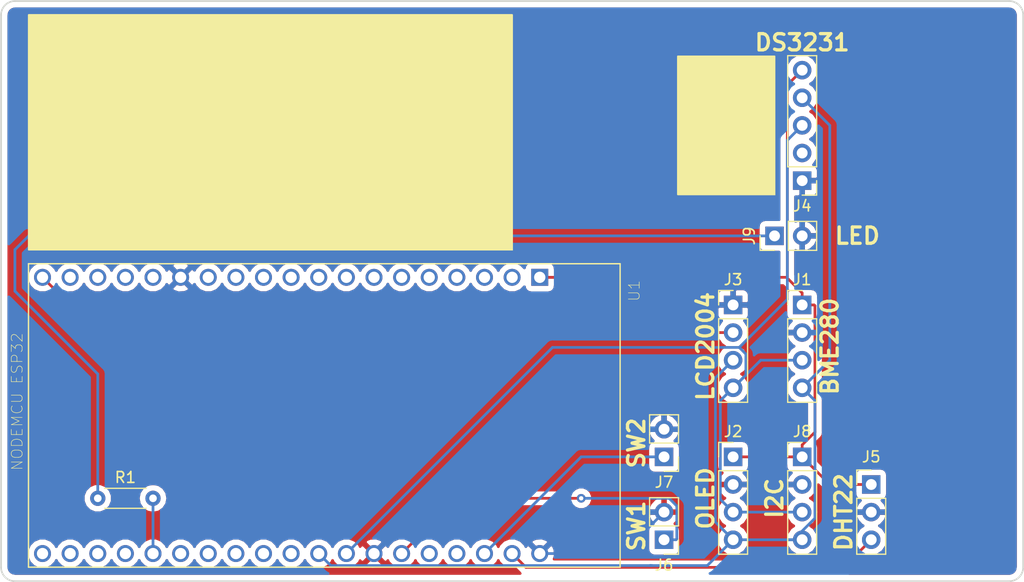
<source format=kicad_pcb>
(kicad_pcb (version 20171130) (host pcbnew "(5.0.1)-4")

  (general
    (thickness 1.6)
    (drawings 23)
    (tracks 76)
    (zones 0)
    (modules 11)
    (nets 39)
  )

  (page A4)
  (layers
    (0 F.Cu signal)
    (31 B.Cu signal)
    (32 B.Adhes user)
    (33 F.Adhes user)
    (34 B.Paste user)
    (35 F.Paste user)
    (36 B.SilkS user)
    (37 F.SilkS user)
    (38 B.Mask user)
    (39 F.Mask user)
    (40 Dwgs.User user)
    (41 Cmts.User user)
    (42 Eco1.User user)
    (43 Eco2.User user)
    (44 Edge.Cuts user)
    (45 Margin user)
    (46 B.CrtYd user)
    (47 F.CrtYd user)
    (48 B.Fab user)
    (49 F.Fab user)
  )

  (setup
    (last_trace_width 0.25)
    (trace_clearance 0.2)
    (zone_clearance 0.508)
    (zone_45_only no)
    (trace_min 0.2)
    (segment_width 0.2)
    (edge_width 0.15)
    (via_size 0.8)
    (via_drill 0.4)
    (via_min_size 0.4)
    (via_min_drill 0.3)
    (uvia_size 0.3)
    (uvia_drill 0.1)
    (uvias_allowed no)
    (uvia_min_size 0.2)
    (uvia_min_drill 0.1)
    (pcb_text_width 0.3)
    (pcb_text_size 1.5 1.5)
    (mod_edge_width 0.15)
    (mod_text_size 1 1)
    (mod_text_width 0.15)
    (pad_size 1.7 1.7)
    (pad_drill 1)
    (pad_to_mask_clearance 0.051)
    (solder_mask_min_width 0.25)
    (aux_axis_origin 0 0)
    (visible_elements 7FFFFFFF)
    (pcbplotparams
      (layerselection 0x010f0_ffffffff)
      (usegerberextensions false)
      (usegerberattributes false)
      (usegerberadvancedattributes false)
      (creategerberjobfile false)
      (excludeedgelayer true)
      (linewidth 0.100000)
      (plotframeref false)
      (viasonmask false)
      (mode 1)
      (useauxorigin false)
      (hpglpennumber 1)
      (hpglpenspeed 20)
      (hpglpendiameter 15.000000)
      (psnegative false)
      (psa4output false)
      (plotreference true)
      (plotvalue true)
      (plotinvisibletext false)
      (padsonsilk false)
      (subtractmaskfromsilk false)
      (outputformat 1)
      (mirror false)
      (drillshape 0)
      (scaleselection 1)
      (outputdirectory "gerber/"))
  )

  (net 0 "")
  (net 1 3V3)
  (net 2 GND)
  (net 3 CLK)
  (net 4 DTA)
  (net 5 5V)
  (net 6 "Net-(J4-Pad2)")
  (net 7 DHT22)
  (net 8 SW1)
  (net 9 SW2)
  (net 10 "Net-(J9-Pad1)")
  (net 11 "Net-(R1-Pad2)")
  (net 12 "Net-(U1-Pad2)")
  (net 13 "Net-(U1-Pad3)")
  (net 14 "Net-(U1-Pad4)")
  (net 15 "Net-(U1-Pad5)")
  (net 16 "Net-(U1-Pad6)")
  (net 17 "Net-(U1-Pad7)")
  (net 18 "Net-(U1-Pad8)")
  (net 19 "Net-(U1-Pad9)")
  (net 20 "Net-(U1-Pad10)")
  (net 21 "Net-(U1-Pad11)")
  (net 22 "Net-(U1-Pad12)")
  (net 23 "Net-(U1-Pad13)")
  (net 24 "Net-(U1-Pad16)")
  (net 25 "Net-(U1-Pad17)")
  (net 26 "Net-(U1-Pad18)")
  (net 27 "Net-(U1-Pad23)")
  (net 28 "Net-(U1-Pad24)")
  (net 29 "Net-(U1-Pad29)")
  (net 30 "Net-(U1-Pad30)")
  (net 31 "Net-(U1-Pad31)")
  (net 32 "Net-(U1-Pad32)")
  (net 33 "Net-(U1-Pad33)")
  (net 34 "Net-(U1-Pad35)")
  (net 35 "Net-(U1-Pad36)")
  (net 36 "Net-(U1-Pad37)")
  (net 37 "Net-(U1-Pad38)")
  (net 38 "Net-(U1-Pad15)")

  (net_class Default "Dies ist die voreingestellte Netzklasse."
    (clearance 0.2)
    (trace_width 0.25)
    (via_dia 0.8)
    (via_drill 0.4)
    (uvia_dia 0.3)
    (uvia_drill 0.1)
    (add_net 3V3)
    (add_net 5V)
    (add_net CLK)
    (add_net DHT22)
    (add_net DTA)
    (add_net GND)
    (add_net "Net-(J4-Pad2)")
    (add_net "Net-(J9-Pad1)")
    (add_net "Net-(R1-Pad2)")
    (add_net "Net-(U1-Pad10)")
    (add_net "Net-(U1-Pad11)")
    (add_net "Net-(U1-Pad12)")
    (add_net "Net-(U1-Pad13)")
    (add_net "Net-(U1-Pad15)")
    (add_net "Net-(U1-Pad16)")
    (add_net "Net-(U1-Pad17)")
    (add_net "Net-(U1-Pad18)")
    (add_net "Net-(U1-Pad2)")
    (add_net "Net-(U1-Pad23)")
    (add_net "Net-(U1-Pad24)")
    (add_net "Net-(U1-Pad29)")
    (add_net "Net-(U1-Pad3)")
    (add_net "Net-(U1-Pad30)")
    (add_net "Net-(U1-Pad31)")
    (add_net "Net-(U1-Pad32)")
    (add_net "Net-(U1-Pad33)")
    (add_net "Net-(U1-Pad35)")
    (add_net "Net-(U1-Pad36)")
    (add_net "Net-(U1-Pad37)")
    (add_net "Net-(U1-Pad38)")
    (add_net "Net-(U1-Pad4)")
    (add_net "Net-(U1-Pad5)")
    (add_net "Net-(U1-Pad6)")
    (add_net "Net-(U1-Pad7)")
    (add_net "Net-(U1-Pad8)")
    (add_net "Net-(U1-Pad9)")
    (add_net SW1)
    (add_net SW2)
  )

  (module ESP32-DEVKIT:MODULE_ESP32-DEVKITC-32D (layer F.Cu) (tedit 5CB09FD7) (tstamp 5CBCC223)
    (at 92 114.3 270)
    (path /5CB03136)
    (fp_text reference U1 (at -11.4644 -28.446 270) (layer F.SilkS)
      (effects (font (size 1.00039 1.00039) (thickness 0.05)))
    )
    (fp_text value "NODEMCU ESP32" (at -1.27 28.2945 270) (layer F.SilkS)
      (effects (font (size 1.00105 1.00105) (thickness 0.05)))
    )
    (fp_circle (center -14.6 -19.9) (end -14.46 -19.9) (layer Eco2.User) (width 0.28))
    (fp_circle (center -14.6 -19.9) (end -14.46 -19.9) (layer Eco2.User) (width 0.28))
    (fp_line (start -14.2 27.5) (end -14.2 -27.4) (layer Eco1.User) (width 0.05))
    (fp_line (start 14.2 27.5) (end -14.2 27.5) (layer Eco1.User) (width 0.05))
    (fp_line (start 14.2 -27.4) (end 14.2 27.5) (layer Eco1.User) (width 0.05))
    (fp_line (start -14.2 -27.4) (end 14.2 -27.4) (layer Eco1.User) (width 0.05))
    (fp_line (start 13.95 27.25) (end -13.95 27.25) (layer F.SilkS) (width 0.127))
    (fp_line (start 13.95 -27.15) (end 13.95 27.25) (layer F.SilkS) (width 0.127))
    (fp_line (start -13.95 -27.15) (end 13.95 -27.15) (layer F.SilkS) (width 0.127))
    (fp_line (start -13.95 27.25) (end -13.95 -27.15) (layer F.SilkS) (width 0.127))
    (fp_line (start -13.95 27.25) (end -13.95 -27.15) (layer Eco2.User) (width 0.127))
    (fp_line (start 13.95 27.25) (end -13.95 27.25) (layer Eco2.User) (width 0.127))
    (fp_line (start 13.95 -27.15) (end 13.95 27.25) (layer Eco2.User) (width 0.127))
    (fp_line (start -13.95 -27.15) (end 13.95 -27.15) (layer Eco2.User) (width 0.127))
    (pad 38 thru_hole circle (at 12.7 25.96 270) (size 1.56 1.56) (drill 1.04) (layers *.Cu *.Mask)
      (net 37 "Net-(U1-Pad38)"))
    (pad 37 thru_hole circle (at 12.7 23.42 270) (size 1.56 1.56) (drill 1.04) (layers *.Cu *.Mask)
      (net 36 "Net-(U1-Pad37)"))
    (pad 36 thru_hole circle (at 12.7 20.88 270) (size 1.56 1.56) (drill 1.04) (layers *.Cu *.Mask)
      (net 35 "Net-(U1-Pad36)"))
    (pad 35 thru_hole circle (at 12.7 18.34 270) (size 1.56 1.56) (drill 1.04) (layers *.Cu *.Mask)
      (net 34 "Net-(U1-Pad35)"))
    (pad 34 thru_hole circle (at 12.7 15.8 270) (size 1.56 1.56) (drill 1.04) (layers *.Cu *.Mask)
      (net 11 "Net-(R1-Pad2)"))
    (pad 33 thru_hole circle (at 12.7 13.26 270) (size 1.56 1.56) (drill 1.04) (layers *.Cu *.Mask)
      (net 33 "Net-(U1-Pad33)"))
    (pad 32 thru_hole circle (at 12.7 10.72 270) (size 1.56 1.56) (drill 1.04) (layers *.Cu *.Mask)
      (net 32 "Net-(U1-Pad32)"))
    (pad 31 thru_hole circle (at 12.7 8.18 270) (size 1.56 1.56) (drill 1.04) (layers *.Cu *.Mask)
      (net 31 "Net-(U1-Pad31)"))
    (pad 30 thru_hole circle (at 12.7 5.64 270) (size 1.56 1.56) (drill 1.04) (layers *.Cu *.Mask)
      (net 30 "Net-(U1-Pad30)"))
    (pad 29 thru_hole circle (at 12.7 3.1 270) (size 1.56 1.56) (drill 1.04) (layers *.Cu *.Mask)
      (net 29 "Net-(U1-Pad29)"))
    (pad 28 thru_hole circle (at 12.7 0.56 270) (size 1.56 1.56) (drill 1.04) (layers *.Cu *.Mask)
      (net 4 DTA))
    (pad 27 thru_hole circle (at 12.7 -1.98 270) (size 1.56 1.56) (drill 1.04) (layers *.Cu *.Mask)
      (net 3 CLK))
    (pad 26 thru_hole circle (at 12.7 -4.52 270) (size 1.56 1.56) (drill 1.04) (layers *.Cu *.Mask)
      (net 2 GND))
    (pad 25 thru_hole circle (at 12.7 -7.06 270) (size 1.56 1.56) (drill 1.04) (layers *.Cu *.Mask)
      (net 8 SW1))
    (pad 24 thru_hole circle (at 12.7 -9.6 270) (size 1.56 1.56) (drill 1.04) (layers *.Cu *.Mask)
      (net 28 "Net-(U1-Pad24)"))
    (pad 23 thru_hole circle (at 12.7 -12.14 270) (size 1.56 1.56) (drill 1.04) (layers *.Cu *.Mask)
      (net 27 "Net-(U1-Pad23)"))
    (pad 22 thru_hole circle (at 12.7 -14.68 270) (size 1.56 1.56) (drill 1.04) (layers *.Cu *.Mask)
      (net 9 SW2))
    (pad 21 thru_hole circle (at 12.7 -17.22 270) (size 1.56 1.56) (drill 1.04) (layers *.Cu *.Mask)
      (net 7 DHT22))
    (pad 20 thru_hole circle (at 12.7 -19.76 270) (size 1.56 1.56) (drill 1.04) (layers *.Cu *.Mask)
      (net 2 GND))
    (pad 18 thru_hole circle (at -12.7 23.42 270) (size 1.56 1.56) (drill 1.04) (layers *.Cu *.Mask)
      (net 26 "Net-(U1-Pad18)"))
    (pad 17 thru_hole circle (at -12.7 20.88 270) (size 1.56 1.56) (drill 1.04) (layers *.Cu *.Mask)
      (net 25 "Net-(U1-Pad17)"))
    (pad 16 thru_hole circle (at -12.7 18.34 270) (size 1.56 1.56) (drill 1.04) (layers *.Cu *.Mask)
      (net 24 "Net-(U1-Pad16)"))
    (pad 15 thru_hole circle (at -12.7 15.8 270) (size 1.56 1.56) (drill 1.04) (layers *.Cu *.Mask)
      (net 38 "Net-(U1-Pad15)"))
    (pad 14 thru_hole circle (at -12.7 13.26 270) (size 1.56 1.56) (drill 1.04) (layers *.Cu *.Mask)
      (net 2 GND))
    (pad 13 thru_hole circle (at -12.7 10.72 270) (size 1.56 1.56) (drill 1.04) (layers *.Cu *.Mask)
      (net 23 "Net-(U1-Pad13)"))
    (pad 12 thru_hole circle (at -12.7 8.18 270) (size 1.56 1.56) (drill 1.04) (layers *.Cu *.Mask)
      (net 22 "Net-(U1-Pad12)"))
    (pad 11 thru_hole circle (at -12.7 5.64 270) (size 1.56 1.56) (drill 1.04) (layers *.Cu *.Mask)
      (net 21 "Net-(U1-Pad11)"))
    (pad 10 thru_hole circle (at -12.7 3.1 270) (size 1.56 1.56) (drill 1.04) (layers *.Cu *.Mask)
      (net 20 "Net-(U1-Pad10)"))
    (pad 9 thru_hole circle (at -12.7 0.56 270) (size 1.56 1.56) (drill 1.04) (layers *.Cu *.Mask)
      (net 19 "Net-(U1-Pad9)"))
    (pad 8 thru_hole circle (at -12.7 -1.98 270) (size 1.56 1.56) (drill 1.04) (layers *.Cu *.Mask)
      (net 18 "Net-(U1-Pad8)"))
    (pad 7 thru_hole circle (at -12.7 -4.52 270) (size 1.56 1.56) (drill 1.04) (layers *.Cu *.Mask)
      (net 17 "Net-(U1-Pad7)"))
    (pad 6 thru_hole circle (at -12.7 -7.06 270) (size 1.56 1.56) (drill 1.04) (layers *.Cu *.Mask)
      (net 16 "Net-(U1-Pad6)"))
    (pad 5 thru_hole circle (at -12.7 -9.6 270) (size 1.56 1.56) (drill 1.04) (layers *.Cu *.Mask)
      (net 15 "Net-(U1-Pad5)"))
    (pad 4 thru_hole circle (at -12.7 -12.14 270) (size 1.56 1.56) (drill 1.04) (layers *.Cu *.Mask)
      (net 14 "Net-(U1-Pad4)"))
    (pad 3 thru_hole circle (at -12.7 -14.68 270) (size 1.56 1.56) (drill 1.04) (layers *.Cu *.Mask)
      (net 13 "Net-(U1-Pad3)"))
    (pad 19 thru_hole circle (at -12.7 25.96 270) (size 1.56 1.56) (drill 1.04) (layers *.Cu *.Mask)
      (net 5 5V))
    (pad 2 thru_hole circle (at -12.7 -17.22 270) (size 1.56 1.56) (drill 1.04) (layers *.Cu *.Mask)
      (net 12 "Net-(U1-Pad2)"))
    (pad 1 thru_hole rect (at -12.7 -19.76 270) (size 1.56 1.56) (drill 1.04) (layers *.Cu *.Mask)
      (net 1 3V3))
    (model C:/Users/henrik_stellmann/Documents/KiCad/library/ESP32-DEVKIT.pretty/ESP32-DEVKITC-32D--3DModel-STEP-56544.STEP
      (offset (xyz 0 -3.174999952316284 3.428999948501587))
      (scale (xyz 1 1 1))
      (rotate (xyz 90 180 180))
    )
  )

  (module Connector_PinHeader_2.54mm:PinHeader_1x04_P2.54mm_Vertical (layer F.Cu) (tedit 59FED5CC) (tstamp 5CBCC11E)
    (at 135.89 104.14)
    (descr "Through hole straight pin header, 1x04, 2.54mm pitch, single row")
    (tags "Through hole pin header THT 1x04 2.54mm single row")
    (path /5CB03523)
    (fp_text reference J1 (at 0 -2.33) (layer F.SilkS)
      (effects (font (size 1 1) (thickness 0.15)))
    )
    (fp_text value BME280 (at 0 9.95) (layer F.Fab)
      (effects (font (size 1 1) (thickness 0.15)))
    )
    (fp_text user %R (at 0 3.81 90) (layer F.Fab)
      (effects (font (size 1 1) (thickness 0.15)))
    )
    (fp_line (start 1.8 -1.8) (end -1.8 -1.8) (layer F.CrtYd) (width 0.05))
    (fp_line (start 1.8 9.4) (end 1.8 -1.8) (layer F.CrtYd) (width 0.05))
    (fp_line (start -1.8 9.4) (end 1.8 9.4) (layer F.CrtYd) (width 0.05))
    (fp_line (start -1.8 -1.8) (end -1.8 9.4) (layer F.CrtYd) (width 0.05))
    (fp_line (start -1.33 -1.33) (end 0 -1.33) (layer F.SilkS) (width 0.12))
    (fp_line (start -1.33 0) (end -1.33 -1.33) (layer F.SilkS) (width 0.12))
    (fp_line (start -1.33 1.27) (end 1.33 1.27) (layer F.SilkS) (width 0.12))
    (fp_line (start 1.33 1.27) (end 1.33 8.95) (layer F.SilkS) (width 0.12))
    (fp_line (start -1.33 1.27) (end -1.33 8.95) (layer F.SilkS) (width 0.12))
    (fp_line (start -1.33 8.95) (end 1.33 8.95) (layer F.SilkS) (width 0.12))
    (fp_line (start -1.27 -0.635) (end -0.635 -1.27) (layer F.Fab) (width 0.1))
    (fp_line (start -1.27 8.89) (end -1.27 -0.635) (layer F.Fab) (width 0.1))
    (fp_line (start 1.27 8.89) (end -1.27 8.89) (layer F.Fab) (width 0.1))
    (fp_line (start 1.27 -1.27) (end 1.27 8.89) (layer F.Fab) (width 0.1))
    (fp_line (start -0.635 -1.27) (end 1.27 -1.27) (layer F.Fab) (width 0.1))
    (pad 4 thru_hole oval (at 0 7.62) (size 1.7 1.7) (drill 1) (layers *.Cu *.Mask)
      (net 4 DTA))
    (pad 3 thru_hole oval (at 0 5.08) (size 1.7 1.7) (drill 1) (layers *.Cu *.Mask)
      (net 3 CLK))
    (pad 2 thru_hole oval (at 0 2.54) (size 1.7 1.7) (drill 1) (layers *.Cu *.Mask)
      (net 2 GND))
    (pad 1 thru_hole rect (at 0 0) (size 1.7 1.7) (drill 1) (layers *.Cu *.Mask)
      (net 1 3V3))
    (model ${KISYS3DMOD}/Connector_PinHeader_2.54mm.3dshapes/PinHeader_1x04_P2.54mm_Vertical.wrl
      (at (xyz 0 0 0))
      (scale (xyz 1 1 1))
      (rotate (xyz 0 0 0))
    )
  )

  (module Connector_PinHeader_2.54mm:PinHeader_1x04_P2.54mm_Vertical (layer F.Cu) (tedit 59FED5CC) (tstamp 5CBCC136)
    (at 129.54 118.11)
    (descr "Through hole straight pin header, 1x04, 2.54mm pitch, single row")
    (tags "Through hole pin header THT 1x04 2.54mm single row")
    (path /5CB03980)
    (fp_text reference J2 (at 0 -2.33) (layer F.SilkS)
      (effects (font (size 1 1) (thickness 0.15)))
    )
    (fp_text value OLED (at 0 9.95) (layer F.Fab)
      (effects (font (size 1 1) (thickness 0.15)))
    )
    (fp_text user %R (at 0 3.81 90) (layer F.Fab)
      (effects (font (size 1 1) (thickness 0.15)))
    )
    (fp_line (start 1.8 -1.8) (end -1.8 -1.8) (layer F.CrtYd) (width 0.05))
    (fp_line (start 1.8 9.4) (end 1.8 -1.8) (layer F.CrtYd) (width 0.05))
    (fp_line (start -1.8 9.4) (end 1.8 9.4) (layer F.CrtYd) (width 0.05))
    (fp_line (start -1.8 -1.8) (end -1.8 9.4) (layer F.CrtYd) (width 0.05))
    (fp_line (start -1.33 -1.33) (end 0 -1.33) (layer F.SilkS) (width 0.12))
    (fp_line (start -1.33 0) (end -1.33 -1.33) (layer F.SilkS) (width 0.12))
    (fp_line (start -1.33 1.27) (end 1.33 1.27) (layer F.SilkS) (width 0.12))
    (fp_line (start 1.33 1.27) (end 1.33 8.95) (layer F.SilkS) (width 0.12))
    (fp_line (start -1.33 1.27) (end -1.33 8.95) (layer F.SilkS) (width 0.12))
    (fp_line (start -1.33 8.95) (end 1.33 8.95) (layer F.SilkS) (width 0.12))
    (fp_line (start -1.27 -0.635) (end -0.635 -1.27) (layer F.Fab) (width 0.1))
    (fp_line (start -1.27 8.89) (end -1.27 -0.635) (layer F.Fab) (width 0.1))
    (fp_line (start 1.27 8.89) (end -1.27 8.89) (layer F.Fab) (width 0.1))
    (fp_line (start 1.27 -1.27) (end 1.27 8.89) (layer F.Fab) (width 0.1))
    (fp_line (start -0.635 -1.27) (end 1.27 -1.27) (layer F.Fab) (width 0.1))
    (pad 4 thru_hole oval (at 0 7.62) (size 1.7 1.7) (drill 1) (layers *.Cu *.Mask)
      (net 4 DTA))
    (pad 3 thru_hole oval (at 0 5.08) (size 1.7 1.7) (drill 1) (layers *.Cu *.Mask)
      (net 3 CLK))
    (pad 2 thru_hole oval (at 0 2.54) (size 1.7 1.7) (drill 1) (layers *.Cu *.Mask)
      (net 2 GND))
    (pad 1 thru_hole rect (at 0 0) (size 1.7 1.7) (drill 1) (layers *.Cu *.Mask)
      (net 1 3V3))
    (model ${KISYS3DMOD}/Connector_PinHeader_2.54mm.3dshapes/PinHeader_1x04_P2.54mm_Vertical.wrl
      (at (xyz 0 0 0))
      (scale (xyz 1 1 1))
      (rotate (xyz 0 0 0))
    )
  )

  (module Connector_PinHeader_2.54mm:PinHeader_1x04_P2.54mm_Vertical (layer F.Cu) (tedit 59FED5CC) (tstamp 5CBCC14E)
    (at 129.54 104.14)
    (descr "Through hole straight pin header, 1x04, 2.54mm pitch, single row")
    (tags "Through hole pin header THT 1x04 2.54mm single row")
    (path /5CB03BBE)
    (fp_text reference J3 (at 0 -2.33) (layer F.SilkS)
      (effects (font (size 1 1) (thickness 0.15)))
    )
    (fp_text value LCD2004 (at 0 9.95) (layer F.Fab)
      (effects (font (size 1 1) (thickness 0.15)))
    )
    (fp_text user %R (at 0 3.81 90) (layer F.Fab)
      (effects (font (size 1 1) (thickness 0.15)))
    )
    (fp_line (start 1.8 -1.8) (end -1.8 -1.8) (layer F.CrtYd) (width 0.05))
    (fp_line (start 1.8 9.4) (end 1.8 -1.8) (layer F.CrtYd) (width 0.05))
    (fp_line (start -1.8 9.4) (end 1.8 9.4) (layer F.CrtYd) (width 0.05))
    (fp_line (start -1.8 -1.8) (end -1.8 9.4) (layer F.CrtYd) (width 0.05))
    (fp_line (start -1.33 -1.33) (end 0 -1.33) (layer F.SilkS) (width 0.12))
    (fp_line (start -1.33 0) (end -1.33 -1.33) (layer F.SilkS) (width 0.12))
    (fp_line (start -1.33 1.27) (end 1.33 1.27) (layer F.SilkS) (width 0.12))
    (fp_line (start 1.33 1.27) (end 1.33 8.95) (layer F.SilkS) (width 0.12))
    (fp_line (start -1.33 1.27) (end -1.33 8.95) (layer F.SilkS) (width 0.12))
    (fp_line (start -1.33 8.95) (end 1.33 8.95) (layer F.SilkS) (width 0.12))
    (fp_line (start -1.27 -0.635) (end -0.635 -1.27) (layer F.Fab) (width 0.1))
    (fp_line (start -1.27 8.89) (end -1.27 -0.635) (layer F.Fab) (width 0.1))
    (fp_line (start 1.27 8.89) (end -1.27 8.89) (layer F.Fab) (width 0.1))
    (fp_line (start 1.27 -1.27) (end 1.27 8.89) (layer F.Fab) (width 0.1))
    (fp_line (start -0.635 -1.27) (end 1.27 -1.27) (layer F.Fab) (width 0.1))
    (pad 4 thru_hole oval (at 0 7.62) (size 1.7 1.7) (drill 1) (layers *.Cu *.Mask)
      (net 3 CLK))
    (pad 3 thru_hole oval (at 0 5.08) (size 1.7 1.7) (drill 1) (layers *.Cu *.Mask)
      (net 4 DTA))
    (pad 2 thru_hole oval (at 0 2.54) (size 1.7 1.7) (drill 1) (layers *.Cu *.Mask)
      (net 5 5V))
    (pad 1 thru_hole rect (at 0 0) (size 1.7 1.7) (drill 1) (layers *.Cu *.Mask)
      (net 2 GND))
    (model ${KISYS3DMOD}/Connector_PinHeader_2.54mm.3dshapes/PinHeader_1x04_P2.54mm_Vertical.wrl
      (at (xyz 0 0 0))
      (scale (xyz 1 1 1))
      (rotate (xyz 0 0 0))
    )
  )

  (module Connector_PinHeader_2.54mm:PinHeader_1x05_P2.54mm_Vertical (layer F.Cu) (tedit 59FED5CC) (tstamp 5CBCC167)
    (at 135.89 92.71 180)
    (descr "Through hole straight pin header, 1x05, 2.54mm pitch, single row")
    (tags "Through hole pin header THT 1x05 2.54mm single row")
    (path /5CB06628)
    (fp_text reference J4 (at 0 -2.33 180) (layer F.SilkS)
      (effects (font (size 1 1) (thickness 0.15)))
    )
    (fp_text value DS3231 (at 0 12.49 180) (layer F.Fab)
      (effects (font (size 1 1) (thickness 0.15)))
    )
    (fp_text user %R (at 0 5.08 270) (layer F.Fab)
      (effects (font (size 1 1) (thickness 0.15)))
    )
    (fp_line (start 1.8 -1.8) (end -1.8 -1.8) (layer F.CrtYd) (width 0.05))
    (fp_line (start 1.8 11.95) (end 1.8 -1.8) (layer F.CrtYd) (width 0.05))
    (fp_line (start -1.8 11.95) (end 1.8 11.95) (layer F.CrtYd) (width 0.05))
    (fp_line (start -1.8 -1.8) (end -1.8 11.95) (layer F.CrtYd) (width 0.05))
    (fp_line (start -1.33 -1.33) (end 0 -1.33) (layer F.SilkS) (width 0.12))
    (fp_line (start -1.33 0) (end -1.33 -1.33) (layer F.SilkS) (width 0.12))
    (fp_line (start -1.33 1.27) (end 1.33 1.27) (layer F.SilkS) (width 0.12))
    (fp_line (start 1.33 1.27) (end 1.33 11.49) (layer F.SilkS) (width 0.12))
    (fp_line (start -1.33 1.27) (end -1.33 11.49) (layer F.SilkS) (width 0.12))
    (fp_line (start -1.33 11.49) (end 1.33 11.49) (layer F.SilkS) (width 0.12))
    (fp_line (start -1.27 -0.635) (end -0.635 -1.27) (layer F.Fab) (width 0.1))
    (fp_line (start -1.27 11.43) (end -1.27 -0.635) (layer F.Fab) (width 0.1))
    (fp_line (start 1.27 11.43) (end -1.27 11.43) (layer F.Fab) (width 0.1))
    (fp_line (start 1.27 -1.27) (end 1.27 11.43) (layer F.Fab) (width 0.1))
    (fp_line (start -0.635 -1.27) (end 1.27 -1.27) (layer F.Fab) (width 0.1))
    (pad 5 thru_hole oval (at 0 10.16 180) (size 1.7 1.7) (drill 1) (layers *.Cu *.Mask)
      (net 1 3V3))
    (pad 4 thru_hole oval (at 0 7.62 180) (size 1.7 1.7) (drill 1) (layers *.Cu *.Mask)
      (net 4 DTA))
    (pad 3 thru_hole oval (at 0 5.08 180) (size 1.7 1.7) (drill 1) (layers *.Cu *.Mask)
      (net 3 CLK))
    (pad 2 thru_hole oval (at 0 2.54 180) (size 1.7 1.7) (drill 1) (layers *.Cu *.Mask)
      (net 6 "Net-(J4-Pad2)"))
    (pad 1 thru_hole rect (at 0 0 180) (size 1.7 1.7) (drill 1) (layers *.Cu *.Mask)
      (net 2 GND))
    (model ${KISYS3DMOD}/Connector_PinHeader_2.54mm.3dshapes/PinHeader_1x05_P2.54mm_Vertical.wrl
      (at (xyz 0 0 0))
      (scale (xyz 1 1 1))
      (rotate (xyz 0 0 0))
    )
  )

  (module Connector_PinHeader_2.54mm:PinHeader_1x03_P2.54mm_Vertical (layer F.Cu) (tedit 59FED5CC) (tstamp 5CBCC17E)
    (at 142.24 120.65)
    (descr "Through hole straight pin header, 1x03, 2.54mm pitch, single row")
    (tags "Through hole pin header THT 1x03 2.54mm single row")
    (path /5CB04494)
    (fp_text reference J5 (at 0 -2.54) (layer F.SilkS)
      (effects (font (size 1 1) (thickness 0.15)))
    )
    (fp_text value DHT22 (at 0 7.41) (layer F.Fab)
      (effects (font (size 1 1) (thickness 0.15)))
    )
    (fp_text user %R (at 0 2.54 90) (layer F.Fab)
      (effects (font (size 1 1) (thickness 0.15)))
    )
    (fp_line (start 1.8 -1.8) (end -1.8 -1.8) (layer F.CrtYd) (width 0.05))
    (fp_line (start 1.8 6.85) (end 1.8 -1.8) (layer F.CrtYd) (width 0.05))
    (fp_line (start -1.8 6.85) (end 1.8 6.85) (layer F.CrtYd) (width 0.05))
    (fp_line (start -1.8 -1.8) (end -1.8 6.85) (layer F.CrtYd) (width 0.05))
    (fp_line (start -1.33 -1.33) (end 0 -1.33) (layer F.SilkS) (width 0.12))
    (fp_line (start -1.33 0) (end -1.33 -1.33) (layer F.SilkS) (width 0.12))
    (fp_line (start -1.33 1.27) (end 1.33 1.27) (layer F.SilkS) (width 0.12))
    (fp_line (start 1.33 1.27) (end 1.33 6.41) (layer F.SilkS) (width 0.12))
    (fp_line (start -1.33 1.27) (end -1.33 6.41) (layer F.SilkS) (width 0.12))
    (fp_line (start -1.33 6.41) (end 1.33 6.41) (layer F.SilkS) (width 0.12))
    (fp_line (start -1.27 -0.635) (end -0.635 -1.27) (layer F.Fab) (width 0.1))
    (fp_line (start -1.27 6.35) (end -1.27 -0.635) (layer F.Fab) (width 0.1))
    (fp_line (start 1.27 6.35) (end -1.27 6.35) (layer F.Fab) (width 0.1))
    (fp_line (start 1.27 -1.27) (end 1.27 6.35) (layer F.Fab) (width 0.1))
    (fp_line (start -0.635 -1.27) (end 1.27 -1.27) (layer F.Fab) (width 0.1))
    (pad 3 thru_hole oval (at 0 5.08) (size 1.7 1.7) (drill 1) (layers *.Cu *.Mask)
      (net 7 DHT22))
    (pad 2 thru_hole oval (at 0 2.54) (size 1.7 1.7) (drill 1) (layers *.Cu *.Mask)
      (net 2 GND))
    (pad 1 thru_hole rect (at 0 0) (size 1.7 1.7) (drill 1) (layers *.Cu *.Mask)
      (net 1 3V3))
    (model ${KISYS3DMOD}/Connector_PinHeader_2.54mm.3dshapes/PinHeader_1x03_P2.54mm_Vertical.wrl
      (at (xyz 0 0 0))
      (scale (xyz 1 1 1))
      (rotate (xyz 0 0 0))
    )
  )

  (module Connector_PinHeader_2.54mm:PinHeader_1x02_P2.54mm_Vertical (layer F.Cu) (tedit 59FED5CC) (tstamp 5CBCC194)
    (at 123.19 125.73 180)
    (descr "Through hole straight pin header, 1x02, 2.54mm pitch, single row")
    (tags "Through hole pin header THT 1x02 2.54mm single row")
    (path /5CB0E2D3)
    (fp_text reference J6 (at 0 -2.33 180) (layer F.SilkS)
      (effects (font (size 1 1) (thickness 0.15)))
    )
    (fp_text value Switch1 (at 0 4.87 180) (layer F.Fab)
      (effects (font (size 1 1) (thickness 0.15)))
    )
    (fp_text user %R (at 0 1.27 270) (layer F.Fab)
      (effects (font (size 1 1) (thickness 0.15)))
    )
    (fp_line (start 1.8 -1.8) (end -1.8 -1.8) (layer F.CrtYd) (width 0.05))
    (fp_line (start 1.8 4.35) (end 1.8 -1.8) (layer F.CrtYd) (width 0.05))
    (fp_line (start -1.8 4.35) (end 1.8 4.35) (layer F.CrtYd) (width 0.05))
    (fp_line (start -1.8 -1.8) (end -1.8 4.35) (layer F.CrtYd) (width 0.05))
    (fp_line (start -1.33 -1.33) (end 0 -1.33) (layer F.SilkS) (width 0.12))
    (fp_line (start -1.33 0) (end -1.33 -1.33) (layer F.SilkS) (width 0.12))
    (fp_line (start -1.33 1.27) (end 1.33 1.27) (layer F.SilkS) (width 0.12))
    (fp_line (start 1.33 1.27) (end 1.33 3.87) (layer F.SilkS) (width 0.12))
    (fp_line (start -1.33 1.27) (end -1.33 3.87) (layer F.SilkS) (width 0.12))
    (fp_line (start -1.33 3.87) (end 1.33 3.87) (layer F.SilkS) (width 0.12))
    (fp_line (start -1.27 -0.635) (end -0.635 -1.27) (layer F.Fab) (width 0.1))
    (fp_line (start -1.27 3.81) (end -1.27 -0.635) (layer F.Fab) (width 0.1))
    (fp_line (start 1.27 3.81) (end -1.27 3.81) (layer F.Fab) (width 0.1))
    (fp_line (start 1.27 -1.27) (end 1.27 3.81) (layer F.Fab) (width 0.1))
    (fp_line (start -0.635 -1.27) (end 1.27 -1.27) (layer F.Fab) (width 0.1))
    (pad 2 thru_hole oval (at 0 2.54 180) (size 1.7 1.7) (drill 1) (layers *.Cu *.Mask)
      (net 2 GND))
    (pad 1 thru_hole rect (at 0 0 180) (size 1.7 1.7) (drill 1) (layers *.Cu *.Mask)
      (net 8 SW1))
    (model ${KISYS3DMOD}/Connector_PinHeader_2.54mm.3dshapes/PinHeader_1x02_P2.54mm_Vertical.wrl
      (at (xyz 0 0 0))
      (scale (xyz 1 1 1))
      (rotate (xyz 0 0 0))
    )
  )

  (module Connector_PinHeader_2.54mm:PinHeader_1x02_P2.54mm_Vertical (layer F.Cu) (tedit 59FED5CC) (tstamp 5CBCC1AA)
    (at 123.19 118.11 180)
    (descr "Through hole straight pin header, 1x02, 2.54mm pitch, single row")
    (tags "Through hole pin header THT 1x02 2.54mm single row")
    (path /5CB0E32B)
    (fp_text reference J7 (at 0 -2.33 180) (layer F.SilkS)
      (effects (font (size 1 1) (thickness 0.15)))
    )
    (fp_text value Switch2 (at 0 4.87 180) (layer F.Fab)
      (effects (font (size 1 1) (thickness 0.15)))
    )
    (fp_text user %R (at 0 1.27 270) (layer F.Fab)
      (effects (font (size 1 1) (thickness 0.15)))
    )
    (fp_line (start 1.8 -1.8) (end -1.8 -1.8) (layer F.CrtYd) (width 0.05))
    (fp_line (start 1.8 4.35) (end 1.8 -1.8) (layer F.CrtYd) (width 0.05))
    (fp_line (start -1.8 4.35) (end 1.8 4.35) (layer F.CrtYd) (width 0.05))
    (fp_line (start -1.8 -1.8) (end -1.8 4.35) (layer F.CrtYd) (width 0.05))
    (fp_line (start -1.33 -1.33) (end 0 -1.33) (layer F.SilkS) (width 0.12))
    (fp_line (start -1.33 0) (end -1.33 -1.33) (layer F.SilkS) (width 0.12))
    (fp_line (start -1.33 1.27) (end 1.33 1.27) (layer F.SilkS) (width 0.12))
    (fp_line (start 1.33 1.27) (end 1.33 3.87) (layer F.SilkS) (width 0.12))
    (fp_line (start -1.33 1.27) (end -1.33 3.87) (layer F.SilkS) (width 0.12))
    (fp_line (start -1.33 3.87) (end 1.33 3.87) (layer F.SilkS) (width 0.12))
    (fp_line (start -1.27 -0.635) (end -0.635 -1.27) (layer F.Fab) (width 0.1))
    (fp_line (start -1.27 3.81) (end -1.27 -0.635) (layer F.Fab) (width 0.1))
    (fp_line (start 1.27 3.81) (end -1.27 3.81) (layer F.Fab) (width 0.1))
    (fp_line (start 1.27 -1.27) (end 1.27 3.81) (layer F.Fab) (width 0.1))
    (fp_line (start -0.635 -1.27) (end 1.27 -1.27) (layer F.Fab) (width 0.1))
    (pad 2 thru_hole oval (at 0 2.54 180) (size 1.7 1.7) (drill 1) (layers *.Cu *.Mask)
      (net 2 GND))
    (pad 1 thru_hole rect (at 0 0 180) (size 1.7 1.7) (drill 1) (layers *.Cu *.Mask)
      (net 9 SW2))
    (model ${KISYS3DMOD}/Connector_PinHeader_2.54mm.3dshapes/PinHeader_1x02_P2.54mm_Vertical.wrl
      (at (xyz 0 0 0))
      (scale (xyz 1 1 1))
      (rotate (xyz 0 0 0))
    )
  )

  (module Connector_PinHeader_2.54mm:PinHeader_1x04_P2.54mm_Vertical (layer F.Cu) (tedit 59FED5CC) (tstamp 5CBCC1C2)
    (at 135.89 118.11)
    (descr "Through hole straight pin header, 1x04, 2.54mm pitch, single row")
    (tags "Through hole pin header THT 1x04 2.54mm single row")
    (path /5CB1EC59)
    (fp_text reference J8 (at 0 -2.33) (layer F.SilkS)
      (effects (font (size 1 1) (thickness 0.15)))
    )
    (fp_text value MISC (at 0 9.95) (layer F.Fab)
      (effects (font (size 1 1) (thickness 0.15)))
    )
    (fp_text user %R (at 0 3.81 90) (layer F.Fab)
      (effects (font (size 1 1) (thickness 0.15)))
    )
    (fp_line (start 1.8 -1.8) (end -1.8 -1.8) (layer F.CrtYd) (width 0.05))
    (fp_line (start 1.8 9.4) (end 1.8 -1.8) (layer F.CrtYd) (width 0.05))
    (fp_line (start -1.8 9.4) (end 1.8 9.4) (layer F.CrtYd) (width 0.05))
    (fp_line (start -1.8 -1.8) (end -1.8 9.4) (layer F.CrtYd) (width 0.05))
    (fp_line (start -1.33 -1.33) (end 0 -1.33) (layer F.SilkS) (width 0.12))
    (fp_line (start -1.33 0) (end -1.33 -1.33) (layer F.SilkS) (width 0.12))
    (fp_line (start -1.33 1.27) (end 1.33 1.27) (layer F.SilkS) (width 0.12))
    (fp_line (start 1.33 1.27) (end 1.33 8.95) (layer F.SilkS) (width 0.12))
    (fp_line (start -1.33 1.27) (end -1.33 8.95) (layer F.SilkS) (width 0.12))
    (fp_line (start -1.33 8.95) (end 1.33 8.95) (layer F.SilkS) (width 0.12))
    (fp_line (start -1.27 -0.635) (end -0.635 -1.27) (layer F.Fab) (width 0.1))
    (fp_line (start -1.27 8.89) (end -1.27 -0.635) (layer F.Fab) (width 0.1))
    (fp_line (start 1.27 8.89) (end -1.27 8.89) (layer F.Fab) (width 0.1))
    (fp_line (start 1.27 -1.27) (end 1.27 8.89) (layer F.Fab) (width 0.1))
    (fp_line (start -0.635 -1.27) (end 1.27 -1.27) (layer F.Fab) (width 0.1))
    (pad 4 thru_hole oval (at 0 7.62) (size 1.7 1.7) (drill 1) (layers *.Cu *.Mask)
      (net 4 DTA))
    (pad 3 thru_hole oval (at 0 5.08) (size 1.7 1.7) (drill 1) (layers *.Cu *.Mask)
      (net 3 CLK))
    (pad 2 thru_hole oval (at 0 2.54) (size 1.7 1.7) (drill 1) (layers *.Cu *.Mask)
      (net 2 GND))
    (pad 1 thru_hole rect (at 0 0) (size 1.7 1.7) (drill 1) (layers *.Cu *.Mask)
      (net 1 3V3))
    (model ${KISYS3DMOD}/Connector_PinHeader_2.54mm.3dshapes/PinHeader_1x04_P2.54mm_Vertical.wrl
      (at (xyz 0 0 0))
      (scale (xyz 1 1 1))
      (rotate (xyz 0 0 0))
    )
  )

  (module Connector_PinHeader_2.54mm:PinHeader_1x02_P2.54mm_Vertical (layer F.Cu) (tedit 59FED5CC) (tstamp 5CBCC1D8)
    (at 133.35 97.79 90)
    (descr "Through hole straight pin header, 1x02, 2.54mm pitch, single row")
    (tags "Through hole pin header THT 1x02 2.54mm single row")
    (path /5CB13B54)
    (fp_text reference J9 (at 0 -2.33 90) (layer F.SilkS)
      (effects (font (size 1 1) (thickness 0.15)))
    )
    (fp_text value LED (at 0 4.87 90) (layer F.Fab)
      (effects (font (size 1 1) (thickness 0.15)))
    )
    (fp_text user %R (at 0 1.27 180) (layer F.Fab)
      (effects (font (size 1 1) (thickness 0.15)))
    )
    (fp_line (start 1.8 -1.8) (end -1.8 -1.8) (layer F.CrtYd) (width 0.05))
    (fp_line (start 1.8 4.35) (end 1.8 -1.8) (layer F.CrtYd) (width 0.05))
    (fp_line (start -1.8 4.35) (end 1.8 4.35) (layer F.CrtYd) (width 0.05))
    (fp_line (start -1.8 -1.8) (end -1.8 4.35) (layer F.CrtYd) (width 0.05))
    (fp_line (start -1.33 -1.33) (end 0 -1.33) (layer F.SilkS) (width 0.12))
    (fp_line (start -1.33 0) (end -1.33 -1.33) (layer F.SilkS) (width 0.12))
    (fp_line (start -1.33 1.27) (end 1.33 1.27) (layer F.SilkS) (width 0.12))
    (fp_line (start 1.33 1.27) (end 1.33 3.87) (layer F.SilkS) (width 0.12))
    (fp_line (start -1.33 1.27) (end -1.33 3.87) (layer F.SilkS) (width 0.12))
    (fp_line (start -1.33 3.87) (end 1.33 3.87) (layer F.SilkS) (width 0.12))
    (fp_line (start -1.27 -0.635) (end -0.635 -1.27) (layer F.Fab) (width 0.1))
    (fp_line (start -1.27 3.81) (end -1.27 -0.635) (layer F.Fab) (width 0.1))
    (fp_line (start 1.27 3.81) (end -1.27 3.81) (layer F.Fab) (width 0.1))
    (fp_line (start 1.27 -1.27) (end 1.27 3.81) (layer F.Fab) (width 0.1))
    (fp_line (start -0.635 -1.27) (end 1.27 -1.27) (layer F.Fab) (width 0.1))
    (pad 2 thru_hole oval (at 0 2.54 90) (size 1.7 1.7) (drill 1) (layers *.Cu *.Mask)
      (net 2 GND))
    (pad 1 thru_hole rect (at 0 0 90) (size 1.7 1.7) (drill 1) (layers *.Cu *.Mask)
      (net 10 "Net-(J9-Pad1)"))
    (model ${KISYS3DMOD}/Connector_PinHeader_2.54mm.3dshapes/PinHeader_1x02_P2.54mm_Vertical.wrl
      (at (xyz 0 0 0))
      (scale (xyz 1 1 1))
      (rotate (xyz 0 0 0))
    )
  )

  (module Resistor_THT:R_Axial_DIN0204_L3.6mm_D1.6mm_P5.08mm_Horizontal (layer F.Cu) (tedit 5AE5139B) (tstamp 5CBCCC37)
    (at 71.12 121.92)
    (descr "Resistor, Axial_DIN0204 series, Axial, Horizontal, pin pitch=5.08mm, 0.167W, length*diameter=3.6*1.6mm^2, http://cdn-reichelt.de/documents/datenblatt/B400/1_4W%23YAG.pdf")
    (tags "Resistor Axial_DIN0204 series Axial Horizontal pin pitch 5.08mm 0.167W length 3.6mm diameter 1.6mm")
    (path /5CB13ACD)
    (fp_text reference R1 (at 2.54 -1.92) (layer F.SilkS)
      (effects (font (size 1 1) (thickness 0.15)))
    )
    (fp_text value 330R (at 2.54 1.92) (layer F.Fab)
      (effects (font (size 1 1) (thickness 0.15)))
    )
    (fp_text user %R (at 2.54 0) (layer F.Fab)
      (effects (font (size 0.72 0.72) (thickness 0.108)))
    )
    (fp_line (start 6.03 -1.05) (end -0.95 -1.05) (layer F.CrtYd) (width 0.05))
    (fp_line (start 6.03 1.05) (end 6.03 -1.05) (layer F.CrtYd) (width 0.05))
    (fp_line (start -0.95 1.05) (end 6.03 1.05) (layer F.CrtYd) (width 0.05))
    (fp_line (start -0.95 -1.05) (end -0.95 1.05) (layer F.CrtYd) (width 0.05))
    (fp_line (start 0.62 0.92) (end 4.46 0.92) (layer F.SilkS) (width 0.12))
    (fp_line (start 0.62 -0.92) (end 4.46 -0.92) (layer F.SilkS) (width 0.12))
    (fp_line (start 5.08 0) (end 4.34 0) (layer F.Fab) (width 0.1))
    (fp_line (start 0 0) (end 0.74 0) (layer F.Fab) (width 0.1))
    (fp_line (start 4.34 -0.8) (end 0.74 -0.8) (layer F.Fab) (width 0.1))
    (fp_line (start 4.34 0.8) (end 4.34 -0.8) (layer F.Fab) (width 0.1))
    (fp_line (start 0.74 0.8) (end 4.34 0.8) (layer F.Fab) (width 0.1))
    (fp_line (start 0.74 -0.8) (end 0.74 0.8) (layer F.Fab) (width 0.1))
    (pad 2 thru_hole oval (at 5.08 0) (size 1.4 1.4) (drill 0.7) (layers *.Cu *.Mask)
      (net 11 "Net-(R1-Pad2)"))
    (pad 1 thru_hole circle (at 0 0) (size 1.4 1.4) (drill 0.7) (layers *.Cu *.Mask)
      (net 10 "Net-(J9-Pad1)"))
    (model ${KISYS3DMOD}/Resistor_THT.3dshapes/R_Axial_DIN0204_L3.6mm_D1.6mm_P5.08mm_Horizontal.wrl
      (at (xyz 0 0 0))
      (scale (xyz 1 1 1))
      (rotate (xyz 0 0 0))
    )
  )

  (gr_text I2C (at 133.35 121.92 90) (layer F.SilkS)
    (effects (font (size 1.5 1.5) (thickness 0.3)))
  )
  (gr_text OLED (at 127 121.92 90) (layer F.SilkS)
    (effects (font (size 1.5 1.5) (thickness 0.3)))
  )
  (gr_text DHT22 (at 139.7 123.19 90) (layer F.SilkS)
    (effects (font (size 1.5 1.5) (thickness 0.3)))
  )
  (gr_text SW2 (at 120.65 116.84 90) (layer F.SilkS) (tstamp 5CB73760)
    (effects (font (size 1.5 1.5) (thickness 0.3)))
  )
  (gr_text SW1 (at 120.65 124.46 90) (layer F.SilkS)
    (effects (font (size 1.5 1.5) (thickness 0.3)))
  )
  (gr_text "LCD2004\n" (at 127 107.95 90) (layer F.SilkS)
    (effects (font (size 1.5 1.5) (thickness 0.3)))
  )
  (gr_text BME280 (at 138.43 107.95 90) (layer F.SilkS)
    (effects (font (size 1.5 1.5) (thickness 0.3)))
  )
  (gr_text LED (at 140.97 97.79) (layer F.SilkS)
    (effects (font (size 1.5 1.5) (thickness 0.3)))
  )
  (gr_text DS3231 (at 135.89 80.01) (layer F.SilkS)
    (effects (font (size 1.5 1.5) (thickness 0.3)))
  )
  (gr_arc (start 154.94 77.47) (end 156.21 77.47) (angle -90) (layer Edge.Cuts) (width 0.15))
  (gr_arc (start 154.94 128.27) (end 154.94 129.54) (angle -90) (layer Edge.Cuts) (width 0.15))
  (gr_arc (start 63.5 128.27) (end 62.23 128.27) (angle -90) (layer Edge.Cuts) (width 0.15))
  (gr_arc (start 63.5 77.47) (end 63.5 76.2) (angle -90) (layer Edge.Cuts) (width 0.15))
  (gr_line (start 62.23 128.27) (end 62.23 77.47) (layer Edge.Cuts) (width 0.15))
  (gr_line (start 154.94 129.54) (end 63.5 129.54) (layer Edge.Cuts) (width 0.15))
  (gr_line (start 156.21 77.47) (end 156.21 128.27) (layer Edge.Cuts) (width 0.15))
  (gr_line (start 63.5 76.2) (end 154.94 76.2) (layer Edge.Cuts) (width 0.15))
  (gr_poly (pts (xy 133.35 81.28) (xy 124.46 81.28) (xy 124.46 93.98) (xy 133.35 93.98)) (layer F.SilkS) (width 0.15))
  (gr_poly (pts (xy 64.77 99.06) (xy 109.22 99.06) (xy 109.22 77.47) (xy 64.77 77.47)) (layer F.SilkS) (width 0.15))
  (gr_line (start 62.23 76.2) (end 156.21 76.2) (layer Eco1.User) (width 0.2))
  (gr_line (start 156.21 129.54) (end 156.21 76.2) (layer Eco1.User) (width 0.2))
  (gr_line (start 62.23 129.54) (end 156.21 129.54) (layer Eco1.User) (width 0.2))
  (gr_line (start 62.23 76.2) (end 62.23 129.54) (layer Eco1.User) (width 0.2))

  (segment (start 111.76 101.6) (end 128.27 101.6) (width 0.25) (layer F.Cu) (net 1))
  (segment (start 135.89 103.04) (end 135.89 104.14) (width 0.25) (layer F.Cu) (net 1))
  (segment (start 111.76 101.6) (end 134.45 101.6) (width 0.25) (layer F.Cu) (net 1))
  (segment (start 134.45 101.6) (end 135.89 103.04) (width 0.25) (layer F.Cu) (net 1))
  (segment (start 138.43 120.65) (end 135.89 118.11) (width 0.25) (layer F.Cu) (net 1))
  (segment (start 142.24 120.65) (end 138.43 120.65) (width 0.25) (layer F.Cu) (net 1))
  (segment (start 129.54 118.11) (end 135.89 118.11) (width 0.25) (layer F.Cu) (net 1))
  (segment (start 136.99 104.14) (end 135.89 104.14) (width 0.25) (layer F.Cu) (net 1))
  (segment (start 137.065001 104.215001) (end 136.99 104.14) (width 0.25) (layer F.Cu) (net 1))
  (segment (start 137.065001 115.834999) (end 137.065001 104.215001) (width 0.25) (layer F.Cu) (net 1))
  (segment (start 135.89 117.01) (end 137.065001 115.834999) (width 0.25) (layer F.Cu) (net 1))
  (segment (start 135.89 118.11) (end 135.89 117.01) (width 0.25) (layer F.Cu) (net 1))
  (segment (start 134.525001 101.524999) (end 134.45 101.6) (width 0.25) (layer F.Cu) (net 1))
  (segment (start 134.525001 83.914999) (end 134.525001 101.524999) (width 0.25) (layer F.Cu) (net 1))
  (segment (start 135.89 82.55) (end 134.525001 83.914999) (width 0.25) (layer F.Cu) (net 1))
  (segment (start 119.38 127) (end 123.19 123.19) (width 0.25) (layer B.Cu) (net 2))
  (segment (start 111.76 127) (end 119.38 127) (width 0.25) (layer B.Cu) (net 2))
  (segment (start 128.690001 122.340001) (end 129.54 123.19) (width 0.25) (layer B.Cu) (net 3))
  (segment (start 128.364999 122.014999) (end 128.690001 122.340001) (width 0.25) (layer B.Cu) (net 3))
  (segment (start 128.364999 112.935001) (end 128.364999 122.014999) (width 0.25) (layer B.Cu) (net 3))
  (segment (start 129.54 111.76) (end 128.364999 112.935001) (width 0.25) (layer B.Cu) (net 3))
  (segment (start 129.54 123.19) (end 135.89 123.19) (width 0.25) (layer B.Cu) (net 3))
  (segment (start 130.389999 110.910001) (end 129.54 111.76) (width 0.25) (layer B.Cu) (net 3))
  (segment (start 130.715001 110.584999) (end 130.389999 110.910001) (width 0.25) (layer B.Cu) (net 3))
  (segment (start 130.715001 108.655999) (end 130.715001 110.584999) (width 0.25) (layer B.Cu) (net 3))
  (segment (start 130.104001 108.044999) (end 130.715001 108.655999) (width 0.25) (layer B.Cu) (net 3))
  (segment (start 112.935001 108.044999) (end 130.104001 108.044999) (width 0.25) (layer B.Cu) (net 3))
  (segment (start 93.98 127) (end 112.935001 108.044999) (width 0.25) (layer B.Cu) (net 3))
  (segment (start 132.08 109.22) (end 129.54 111.76) (width 0.25) (layer B.Cu) (net 3))
  (segment (start 135.89 109.22) (end 132.08 109.22) (width 0.25) (layer B.Cu) (net 3))
  (segment (start 134.525001 103.623999) (end 130.104001 108.044999) (width 0.25) (layer B.Cu) (net 3))
  (segment (start 134.525001 88.994999) (end 134.525001 103.623999) (width 0.25) (layer B.Cu) (net 3))
  (segment (start 135.89 87.63) (end 134.525001 88.994999) (width 0.25) (layer B.Cu) (net 3))
  (segment (start 91.44 127) (end 92.545001 128.105001) (width 0.25) (layer B.Cu) (net 4))
  (segment (start 135.089002 125.73) (end 137.065001 123.754001) (width 0.25) (layer B.Cu) (net 4))
  (segment (start 134.62 125.73) (end 135.089002 125.73) (width 0.25) (layer B.Cu) (net 4))
  (segment (start 129.54 125.73) (end 134.62 125.73) (width 0.25) (layer B.Cu) (net 4))
  (segment (start 134.62 125.73) (end 135.89 125.73) (width 0.25) (layer B.Cu) (net 4))
  (segment (start 137.065001 123.754001) (end 137.065001 112.935001) (width 0.25) (layer B.Cu) (net 4))
  (segment (start 137.065001 112.935001) (end 136.739999 112.609999) (width 0.25) (layer B.Cu) (net 4))
  (segment (start 136.739999 112.609999) (end 135.89 111.76) (width 0.25) (layer B.Cu) (net 4))
  (segment (start 128.690001 124.880001) (end 129.54 125.73) (width 0.25) (layer B.Cu) (net 4))
  (segment (start 127.91499 124.10499) (end 128.690001 124.880001) (width 0.25) (layer B.Cu) (net 4))
  (segment (start 127.91499 110.84501) (end 127.91499 124.10499) (width 0.25) (layer B.Cu) (net 4))
  (segment (start 129.54 109.22) (end 127.91499 110.84501) (width 0.25) (layer B.Cu) (net 4))
  (segment (start 121.92 128.105001) (end 122.084999 128.105001) (width 0.25) (layer B.Cu) (net 4))
  (segment (start 92.545001 128.105001) (end 121.92 128.105001) (width 0.25) (layer B.Cu) (net 4))
  (segment (start 127.164999 128.105001) (end 129.54 125.73) (width 0.25) (layer B.Cu) (net 4))
  (segment (start 121.92 128.105001) (end 127.164999 128.105001) (width 0.25) (layer B.Cu) (net 4))
  (segment (start 136.739999 110.910001) (end 135.89 111.76) (width 0.25) (layer B.Cu) (net 4))
  (segment (start 135.89 111.76) (end 138.43 109.22) (width 0.25) (layer B.Cu) (net 4))
  (segment (start 138.43 87.63) (end 135.89 85.09) (width 0.25) (layer B.Cu) (net 4))
  (segment (start 138.43 109.22) (end 138.43 87.63) (width 0.25) (layer B.Cu) (net 4))
  (segment (start 71.12 106.68) (end 124.46 106.68) (width 0.25) (layer F.Cu) (net 5))
  (segment (start 66.04 101.6) (end 71.12 106.68) (width 0.25) (layer F.Cu) (net 5))
  (segment (start 124.46 106.68) (end 129.54 106.68) (width 0.25) (layer F.Cu) (net 5))
  (segment (start 109.999999 127.779999) (end 109.22 127) (width 0.25) (layer F.Cu) (net 7))
  (segment (start 110.49 128.27) (end 109.999999 127.779999) (width 0.25) (layer F.Cu) (net 7))
  (segment (start 139.7 128.27) (end 110.49 128.27) (width 0.25) (layer F.Cu) (net 7))
  (segment (start 142.24 125.73) (end 139.7 128.27) (width 0.25) (layer F.Cu) (net 7))
  (via (at 115.57 121.92) (size 0.8) (drill 0.4) (layers F.Cu B.Cu) (net 8))
  (segment (start 123.659002 121.92) (end 115.57 121.92) (width 0.25) (layer B.Cu) (net 8))
  (segment (start 124.365001 122.625999) (end 123.659002 121.92) (width 0.25) (layer B.Cu) (net 8))
  (segment (start 124.365001 125.654999) (end 124.365001 122.625999) (width 0.25) (layer B.Cu) (net 8))
  (segment (start 123.19 125.73) (end 124.29 125.73) (width 0.25) (layer B.Cu) (net 8))
  (segment (start 124.29 125.73) (end 124.365001 125.654999) (width 0.25) (layer B.Cu) (net 8))
  (segment (start 104.14 121.92) (end 99.06 127) (width 0.25) (layer F.Cu) (net 8))
  (segment (start 115.57 121.92) (end 104.14 121.92) (width 0.25) (layer F.Cu) (net 8))
  (segment (start 115.57 118.11) (end 106.68 127) (width 0.25) (layer B.Cu) (net 9))
  (segment (start 123.19 118.11) (end 115.57 118.11) (width 0.25) (layer B.Cu) (net 9))
  (segment (start 63.5 99.06) (end 64.77 97.79) (width 0.25) (layer B.Cu) (net 10))
  (segment (start 63.5 102.87) (end 63.5 99.06) (width 0.25) (layer B.Cu) (net 10))
  (segment (start 71.12 121.92) (end 71.12 110.49) (width 0.25) (layer B.Cu) (net 10))
  (segment (start 71.12 110.49) (end 63.5 102.87) (width 0.25) (layer B.Cu) (net 10))
  (segment (start 133.35 97.79) (end 64.77 97.79) (width 0.25) (layer B.Cu) (net 10))
  (segment (start 76.2 127) (end 76.2 121.92) (width 0.25) (layer B.Cu) (net 11))

  (zone (net 2) (net_name GND) (layer B.Cu) (tstamp 5CB73982) (hatch edge 0.508)
    (connect_pads (clearance 0.508))
    (min_thickness 0.254)
    (fill yes (arc_segments 16) (thermal_gap 0.508) (thermal_bridge_width 0.508))
    (polygon
      (pts
        (xy 156.21 129.54) (xy 156.21 76.2) (xy 62.23 76.2) (xy 62.23 129.54)
      )
    )
    (filled_polygon
      (pts
        (xy 155.127787 76.954065) (xy 155.29292 77.049405) (xy 155.415488 77.195477) (xy 155.491555 77.404465) (xy 155.5 77.500996)
        (xy 155.500001 128.207875) (xy 155.455935 128.457787) (xy 155.360596 128.622919) (xy 155.214524 128.745488) (xy 155.005532 128.821555)
        (xy 154.909004 128.83) (xy 127.415812 128.83) (xy 127.461536 128.820905) (xy 127.712928 128.65293) (xy 127.75533 128.589471)
        (xy 129.173592 127.171209) (xy 129.393744 127.215) (xy 129.686256 127.215) (xy 130.119418 127.128839) (xy 130.610625 126.800625)
        (xy 130.818178 126.49) (xy 134.611822 126.49) (xy 134.819375 126.800625) (xy 135.310582 127.128839) (xy 135.743744 127.215)
        (xy 136.036256 127.215) (xy 136.469418 127.128839) (xy 136.960625 126.800625) (xy 137.288839 126.309418) (xy 137.404092 125.73)
        (xy 140.725908 125.73) (xy 140.841161 126.309418) (xy 141.169375 126.800625) (xy 141.660582 127.128839) (xy 142.093744 127.215)
        (xy 142.386256 127.215) (xy 142.819418 127.128839) (xy 143.310625 126.800625) (xy 143.638839 126.309418) (xy 143.754092 125.73)
        (xy 143.638839 125.150582) (xy 143.310625 124.659375) (xy 142.991522 124.446157) (xy 143.121358 124.385183) (xy 143.511645 123.956924)
        (xy 143.681476 123.54689) (xy 143.560155 123.317) (xy 142.367 123.317) (xy 142.367 123.337) (xy 142.113 123.337)
        (xy 142.113 123.317) (xy 140.919845 123.317) (xy 140.798524 123.54689) (xy 140.968355 123.956924) (xy 141.358642 124.385183)
        (xy 141.488478 124.446157) (xy 141.169375 124.659375) (xy 140.841161 125.150582) (xy 140.725908 125.73) (xy 137.404092 125.73)
        (xy 137.288839 125.150582) (xy 137.070295 124.823508) (xy 137.549474 124.34433) (xy 137.61293 124.30193) (xy 137.780905 124.050538)
        (xy 137.825001 123.828853) (xy 137.825001 123.828849) (xy 137.839889 123.754001) (xy 137.825001 123.679153) (xy 137.825001 119.8)
        (xy 140.74256 119.8) (xy 140.74256 121.5) (xy 140.791843 121.747765) (xy 140.932191 121.957809) (xy 141.142235 122.098157)
        (xy 141.245708 122.118739) (xy 140.968355 122.423076) (xy 140.798524 122.83311) (xy 140.919845 123.063) (xy 142.113 123.063)
        (xy 142.113 123.043) (xy 142.367 123.043) (xy 142.367 123.063) (xy 143.560155 123.063) (xy 143.681476 122.83311)
        (xy 143.511645 122.423076) (xy 143.234292 122.118739) (xy 143.337765 122.098157) (xy 143.547809 121.957809) (xy 143.688157 121.747765)
        (xy 143.73744 121.5) (xy 143.73744 119.8) (xy 143.688157 119.552235) (xy 143.547809 119.342191) (xy 143.337765 119.201843)
        (xy 143.09 119.15256) (xy 141.39 119.15256) (xy 141.142235 119.201843) (xy 140.932191 119.342191) (xy 140.791843 119.552235)
        (xy 140.74256 119.8) (xy 137.825001 119.8) (xy 137.825001 113.009847) (xy 137.839889 112.935) (xy 137.825001 112.860153)
        (xy 137.825001 112.860149) (xy 137.780905 112.638464) (xy 137.61293 112.387072) (xy 137.549471 112.34467) (xy 137.331209 112.126408)
        (xy 137.404092 111.76) (xy 137.331209 111.393592) (xy 138.914476 109.810327) (xy 138.977929 109.767929) (xy 139.020327 109.704476)
        (xy 139.020329 109.704474) (xy 139.145903 109.516538) (xy 139.145904 109.516537) (xy 139.19 109.294852) (xy 139.19 109.294848)
        (xy 139.204888 109.220001) (xy 139.19 109.145154) (xy 139.19 87.704846) (xy 139.204888 87.629999) (xy 139.19 87.555152)
        (xy 139.19 87.555148) (xy 139.145904 87.333463) (xy 139.104102 87.270902) (xy 139.020329 87.145526) (xy 139.020327 87.145524)
        (xy 138.977929 87.082071) (xy 138.914476 87.039673) (xy 137.331209 85.456408) (xy 137.404092 85.09) (xy 137.288839 84.510582)
        (xy 136.960625 84.019375) (xy 136.662239 83.82) (xy 136.960625 83.620625) (xy 137.288839 83.129418) (xy 137.404092 82.55)
        (xy 137.288839 81.970582) (xy 136.960625 81.479375) (xy 136.469418 81.151161) (xy 136.036256 81.065) (xy 135.743744 81.065)
        (xy 135.310582 81.151161) (xy 134.819375 81.479375) (xy 134.491161 81.970582) (xy 134.375908 82.55) (xy 134.491161 83.129418)
        (xy 134.819375 83.620625) (xy 135.117761 83.82) (xy 134.819375 84.019375) (xy 134.491161 84.510582) (xy 134.375908 85.09)
        (xy 134.491161 85.669418) (xy 134.819375 86.160625) (xy 135.117761 86.36) (xy 134.819375 86.559375) (xy 134.491161 87.050582)
        (xy 134.375908 87.63) (xy 134.448791 87.996408) (xy 134.040531 88.404668) (xy 133.977072 88.44707) (xy 133.809097 88.698463)
        (xy 133.765001 88.920148) (xy 133.765001 88.920152) (xy 133.750113 88.994999) (xy 133.765001 89.069846) (xy 133.765001 96.29256)
        (xy 132.5 96.29256) (xy 132.252235 96.341843) (xy 132.042191 96.482191) (xy 131.901843 96.692235) (xy 131.85256 96.94)
        (xy 131.85256 97.03) (xy 64.844846 97.03) (xy 64.769999 97.015112) (xy 64.695152 97.03) (xy 64.695148 97.03)
        (xy 64.473463 97.074096) (xy 64.222071 97.242071) (xy 64.179671 97.305527) (xy 63.015528 98.469671) (xy 62.952072 98.512071)
        (xy 62.94 98.530138) (xy 62.94 77.532119) (xy 62.984065 77.282213) (xy 63.079405 77.11708) (xy 63.225477 76.994512)
        (xy 63.434465 76.918445) (xy 63.530996 76.91) (xy 154.877881 76.91)
      )
    )
    (filled_polygon
      (pts
        (xy 131.85256 98.64) (xy 131.901843 98.887765) (xy 132.042191 99.097809) (xy 132.252235 99.238157) (xy 132.5 99.28744)
        (xy 133.765002 99.28744) (xy 133.765002 103.309196) (xy 130.944609 106.12959) (xy 130.938839 106.100582) (xy 130.610625 105.609375)
        (xy 130.588967 105.594904) (xy 130.749698 105.528327) (xy 130.928327 105.349699) (xy 131.025 105.11631) (xy 131.025 104.42575)
        (xy 130.86625 104.267) (xy 129.667 104.267) (xy 129.667 104.287) (xy 129.413 104.287) (xy 129.413 104.267)
        (xy 128.21375 104.267) (xy 128.055 104.42575) (xy 128.055 105.11631) (xy 128.151673 105.349699) (xy 128.330302 105.528327)
        (xy 128.491033 105.594904) (xy 128.469375 105.609375) (xy 128.141161 106.100582) (xy 128.025908 106.68) (xy 128.141161 107.259418)
        (xy 128.158254 107.284999) (xy 113.009847 107.284999) (xy 112.935 107.270111) (xy 112.860153 107.284999) (xy 112.860149 107.284999)
        (xy 112.638464 107.329095) (xy 112.638462 107.329096) (xy 112.638463 107.329096) (xy 112.450527 107.45467) (xy 112.450525 107.454672)
        (xy 112.387072 107.49707) (xy 112.344674 107.560523) (xy 94.302995 125.602204) (xy 94.261461 125.585) (xy 93.698539 125.585)
        (xy 93.178467 125.800421) (xy 92.780421 126.198467) (xy 92.71 126.368478) (xy 92.639579 126.198467) (xy 92.241533 125.800421)
        (xy 91.721461 125.585) (xy 91.158539 125.585) (xy 90.638467 125.800421) (xy 90.240421 126.198467) (xy 90.17 126.368478)
        (xy 90.099579 126.198467) (xy 89.701533 125.800421) (xy 89.181461 125.585) (xy 88.618539 125.585) (xy 88.098467 125.800421)
        (xy 87.700421 126.198467) (xy 87.63 126.368478) (xy 87.559579 126.198467) (xy 87.161533 125.800421) (xy 86.641461 125.585)
        (xy 86.078539 125.585) (xy 85.558467 125.800421) (xy 85.160421 126.198467) (xy 85.09 126.368478) (xy 85.019579 126.198467)
        (xy 84.621533 125.800421) (xy 84.101461 125.585) (xy 83.538539 125.585) (xy 83.018467 125.800421) (xy 82.620421 126.198467)
        (xy 82.55 126.368478) (xy 82.479579 126.198467) (xy 82.081533 125.800421) (xy 81.561461 125.585) (xy 80.998539 125.585)
        (xy 80.478467 125.800421) (xy 80.080421 126.198467) (xy 80.01 126.368478) (xy 79.939579 126.198467) (xy 79.541533 125.800421)
        (xy 79.021461 125.585) (xy 78.458539 125.585) (xy 77.938467 125.800421) (xy 77.540421 126.198467) (xy 77.47 126.368478)
        (xy 77.399579 126.198467) (xy 77.001533 125.800421) (xy 76.96 125.783217) (xy 76.96 123.017774) (xy 77.162481 122.882481)
        (xy 77.457542 122.440891) (xy 77.561154 121.92) (xy 77.457542 121.399109) (xy 77.162481 120.957519) (xy 76.720891 120.662458)
        (xy 76.331485 120.585) (xy 76.068515 120.585) (xy 75.679109 120.662458) (xy 75.237519 120.957519) (xy 74.942458 121.399109)
        (xy 74.838846 121.92) (xy 74.942458 122.440891) (xy 75.237519 122.882481) (xy 75.440001 123.017775) (xy 75.44 125.783217)
        (xy 75.398467 125.800421) (xy 75.000421 126.198467) (xy 74.93 126.368478) (xy 74.859579 126.198467) (xy 74.461533 125.800421)
        (xy 73.941461 125.585) (xy 73.378539 125.585) (xy 72.858467 125.800421) (xy 72.460421 126.198467) (xy 72.39 126.368478)
        (xy 72.319579 126.198467) (xy 71.921533 125.800421) (xy 71.401461 125.585) (xy 70.838539 125.585) (xy 70.318467 125.800421)
        (xy 69.920421 126.198467) (xy 69.85 126.368478) (xy 69.779579 126.198467) (xy 69.381533 125.800421) (xy 68.861461 125.585)
        (xy 68.298539 125.585) (xy 67.778467 125.800421) (xy 67.380421 126.198467) (xy 67.31 126.368478) (xy 67.239579 126.198467)
        (xy 66.841533 125.800421) (xy 66.321461 125.585) (xy 65.758539 125.585) (xy 65.238467 125.800421) (xy 64.840421 126.198467)
        (xy 64.625 126.718539) (xy 64.625 127.281461) (xy 64.840421 127.801533) (xy 65.238467 128.199579) (xy 65.758539 128.415)
        (xy 66.321461 128.415) (xy 66.841533 128.199579) (xy 67.239579 127.801533) (xy 67.31 127.631522) (xy 67.380421 127.801533)
        (xy 67.778467 128.199579) (xy 68.298539 128.415) (xy 68.861461 128.415) (xy 69.381533 128.199579) (xy 69.779579 127.801533)
        (xy 69.85 127.631522) (xy 69.920421 127.801533) (xy 70.318467 128.199579) (xy 70.838539 128.415) (xy 71.401461 128.415)
        (xy 71.921533 128.199579) (xy 72.319579 127.801533) (xy 72.39 127.631522) (xy 72.460421 127.801533) (xy 72.858467 128.199579)
        (xy 73.378539 128.415) (xy 73.941461 128.415) (xy 74.461533 128.199579) (xy 74.859579 127.801533) (xy 74.93 127.631522)
        (xy 75.000421 127.801533) (xy 75.398467 128.199579) (xy 75.918539 128.415) (xy 76.481461 128.415) (xy 77.001533 128.199579)
        (xy 77.399579 127.801533) (xy 77.47 127.631522) (xy 77.540421 127.801533) (xy 77.938467 128.199579) (xy 78.458539 128.415)
        (xy 79.021461 128.415) (xy 79.541533 128.199579) (xy 79.939579 127.801533) (xy 80.01 127.631522) (xy 80.080421 127.801533)
        (xy 80.478467 128.199579) (xy 80.998539 128.415) (xy 81.561461 128.415) (xy 82.081533 128.199579) (xy 82.479579 127.801533)
        (xy 82.55 127.631522) (xy 82.620421 127.801533) (xy 83.018467 128.199579) (xy 83.538539 128.415) (xy 84.101461 128.415)
        (xy 84.621533 128.199579) (xy 85.019579 127.801533) (xy 85.09 127.631522) (xy 85.160421 127.801533) (xy 85.558467 128.199579)
        (xy 86.078539 128.415) (xy 86.641461 128.415) (xy 87.161533 128.199579) (xy 87.559579 127.801533) (xy 87.63 127.631522)
        (xy 87.700421 127.801533) (xy 88.098467 128.199579) (xy 88.618539 128.415) (xy 89.181461 128.415) (xy 89.701533 128.199579)
        (xy 90.099579 127.801533) (xy 90.17 127.631522) (xy 90.240421 127.801533) (xy 90.638467 128.199579) (xy 91.158539 128.415)
        (xy 91.721461 128.415) (xy 91.762994 128.397796) (xy 91.954674 128.589476) (xy 91.997072 128.65293) (xy 92.060525 128.695328)
        (xy 92.060527 128.69533) (xy 92.163593 128.764196) (xy 92.248464 128.820905) (xy 92.294188 128.83) (xy 63.562119 128.83)
        (xy 63.312213 128.785935) (xy 63.147081 128.690596) (xy 63.024512 128.544524) (xy 62.948445 128.335532) (xy 62.94 128.239004)
        (xy 62.94 103.399863) (xy 62.952071 103.417929) (xy 63.01553 103.460331) (xy 70.360001 110.804804) (xy 70.36 120.792025)
        (xy 69.988242 121.163783) (xy 69.785 121.654452) (xy 69.785 122.185548) (xy 69.988242 122.676217) (xy 70.363783 123.051758)
        (xy 70.854452 123.255) (xy 71.385548 123.255) (xy 71.876217 123.051758) (xy 72.251758 122.676217) (xy 72.455 122.185548)
        (xy 72.455 121.654452) (xy 72.251758 121.163783) (xy 71.88 120.792025) (xy 71.88 110.564846) (xy 71.894888 110.489999)
        (xy 71.88 110.415152) (xy 71.88 110.415148) (xy 71.835904 110.193463) (xy 71.792902 110.129106) (xy 71.710329 110.005526)
        (xy 71.710327 110.005524) (xy 71.667929 109.942071) (xy 71.604476 109.899673) (xy 64.868492 103.16369) (xy 128.055 103.16369)
        (xy 128.055 103.85425) (xy 128.21375 104.013) (xy 129.413 104.013) (xy 129.413 102.81375) (xy 129.667 102.81375)
        (xy 129.667 104.013) (xy 130.86625 104.013) (xy 131.025 103.85425) (xy 131.025 103.16369) (xy 130.928327 102.930301)
        (xy 130.749698 102.751673) (xy 130.516309 102.655) (xy 129.82575 102.655) (xy 129.667 102.81375) (xy 129.413 102.81375)
        (xy 129.25425 102.655) (xy 128.563691 102.655) (xy 128.330302 102.751673) (xy 128.151673 102.930301) (xy 128.055 103.16369)
        (xy 64.868492 103.16369) (xy 64.26 102.555199) (xy 64.26 101.318539) (xy 64.625 101.318539) (xy 64.625 101.881461)
        (xy 64.840421 102.401533) (xy 65.238467 102.799579) (xy 65.758539 103.015) (xy 66.321461 103.015) (xy 66.841533 102.799579)
        (xy 67.239579 102.401533) (xy 67.31 102.231522) (xy 67.380421 102.401533) (xy 67.778467 102.799579) (xy 68.298539 103.015)
        (xy 68.861461 103.015) (xy 69.381533 102.799579) (xy 69.779579 102.401533) (xy 69.85 102.231522) (xy 69.920421 102.401533)
        (xy 70.318467 102.799579) (xy 70.838539 103.015) (xy 71.401461 103.015) (xy 71.921533 102.799579) (xy 72.319579 102.401533)
        (xy 72.39 102.231522) (xy 72.460421 102.401533) (xy 72.858467 102.799579) (xy 73.378539 103.015) (xy 73.941461 103.015)
        (xy 74.461533 102.799579) (xy 74.859579 102.401533) (xy 74.93 102.231522) (xy 75.000421 102.401533) (xy 75.398467 102.799579)
        (xy 75.918539 103.015) (xy 76.481461 103.015) (xy 77.001533 102.799579) (xy 77.207857 102.593255) (xy 77.92635 102.593255)
        (xy 77.998028 102.837303) (xy 78.528003 103.02706) (xy 79.090252 102.999559) (xy 79.481972 102.837303) (xy 79.55365 102.593255)
        (xy 78.74 101.779605) (xy 77.92635 102.593255) (xy 77.207857 102.593255) (xy 77.399579 102.401533) (xy 77.463473 102.247278)
        (xy 77.502697 102.341972) (xy 77.746745 102.41365) (xy 78.560395 101.6) (xy 78.919605 101.6) (xy 79.733255 102.41365)
        (xy 79.977303 102.341972) (xy 80.013674 102.240391) (xy 80.080421 102.401533) (xy 80.478467 102.799579) (xy 80.998539 103.015)
        (xy 81.561461 103.015) (xy 82.081533 102.799579) (xy 82.479579 102.401533) (xy 82.55 102.231522) (xy 82.620421 102.401533)
        (xy 83.018467 102.799579) (xy 83.538539 103.015) (xy 84.101461 103.015) (xy 84.621533 102.799579) (xy 85.019579 102.401533)
        (xy 85.09 102.231522) (xy 85.160421 102.401533) (xy 85.558467 102.799579) (xy 86.078539 103.015) (xy 86.641461 103.015)
        (xy 87.161533 102.799579) (xy 87.559579 102.401533) (xy 87.63 102.231522) (xy 87.700421 102.401533) (xy 88.098467 102.799579)
        (xy 88.618539 103.015) (xy 89.181461 103.015) (xy 89.701533 102.799579) (xy 90.099579 102.401533) (xy 90.17 102.231522)
        (xy 90.240421 102.401533) (xy 90.638467 102.799579) (xy 91.158539 103.015) (xy 91.721461 103.015) (xy 92.241533 102.799579)
        (xy 92.639579 102.401533) (xy 92.71 102.231522) (xy 92.780421 102.401533) (xy 93.178467 102.799579) (xy 93.698539 103.015)
        (xy 94.261461 103.015) (xy 94.781533 102.799579) (xy 95.179579 102.401533) (xy 95.25 102.231522) (xy 95.320421 102.401533)
        (xy 95.718467 102.799579) (xy 96.238539 103.015) (xy 96.801461 103.015) (xy 97.321533 102.799579) (xy 97.719579 102.401533)
        (xy 97.79 102.231522) (xy 97.860421 102.401533) (xy 98.258467 102.799579) (xy 98.778539 103.015) (xy 99.341461 103.015)
        (xy 99.861533 102.799579) (xy 100.259579 102.401533) (xy 100.33 102.231522) (xy 100.400421 102.401533) (xy 100.798467 102.799579)
        (xy 101.318539 103.015) (xy 101.881461 103.015) (xy 102.401533 102.799579) (xy 102.799579 102.401533) (xy 102.87 102.231522)
        (xy 102.940421 102.401533) (xy 103.338467 102.799579) (xy 103.858539 103.015) (xy 104.421461 103.015) (xy 104.941533 102.799579)
        (xy 105.339579 102.401533) (xy 105.41 102.231522) (xy 105.480421 102.401533) (xy 105.878467 102.799579) (xy 106.398539 103.015)
        (xy 106.961461 103.015) (xy 107.481533 102.799579) (xy 107.879579 102.401533) (xy 107.95 102.231522) (xy 108.020421 102.401533)
        (xy 108.418467 102.799579) (xy 108.938539 103.015) (xy 109.501461 103.015) (xy 110.021533 102.799579) (xy 110.35057 102.470542)
        (xy 110.381843 102.627765) (xy 110.522191 102.837809) (xy 110.732235 102.978157) (xy 110.98 103.02744) (xy 112.54 103.02744)
        (xy 112.787765 102.978157) (xy 112.997809 102.837809) (xy 113.138157 102.627765) (xy 113.18744 102.38) (xy 113.18744 100.82)
        (xy 113.138157 100.572235) (xy 112.997809 100.362191) (xy 112.787765 100.221843) (xy 112.54 100.17256) (xy 110.98 100.17256)
        (xy 110.732235 100.221843) (xy 110.522191 100.362191) (xy 110.381843 100.572235) (xy 110.35057 100.729458) (xy 110.021533 100.400421)
        (xy 109.501461 100.185) (xy 108.938539 100.185) (xy 108.418467 100.400421) (xy 108.020421 100.798467) (xy 107.95 100.968478)
        (xy 107.879579 100.798467) (xy 107.481533 100.400421) (xy 106.961461 100.185) (xy 106.398539 100.185) (xy 105.878467 100.400421)
        (xy 105.480421 100.798467) (xy 105.41 100.968478) (xy 105.339579 100.798467) (xy 104.941533 100.400421) (xy 104.421461 100.185)
        (xy 103.858539 100.185) (xy 103.338467 100.400421) (xy 102.940421 100.798467) (xy 102.87 100.968478) (xy 102.799579 100.798467)
        (xy 102.401533 100.400421) (xy 101.881461 100.185) (xy 101.318539 100.185) (xy 100.798467 100.400421) (xy 100.400421 100.798467)
        (xy 100.33 100.968478) (xy 100.259579 100.798467) (xy 99.861533 100.400421) (xy 99.341461 100.185) (xy 98.778539 100.185)
        (xy 98.258467 100.400421) (xy 97.860421 100.798467) (xy 97.79 100.968478) (xy 97.719579 100.798467) (xy 97.321533 100.400421)
        (xy 96.801461 100.185) (xy 96.238539 100.185) (xy 95.718467 100.400421) (xy 95.320421 100.798467) (xy 95.25 100.968478)
        (xy 95.179579 100.798467) (xy 94.781533 100.400421) (xy 94.261461 100.185) (xy 93.698539 100.185) (xy 93.178467 100.400421)
        (xy 92.780421 100.798467) (xy 92.71 100.968478) (xy 92.639579 100.798467) (xy 92.241533 100.400421) (xy 91.721461 100.185)
        (xy 91.158539 100.185) (xy 90.638467 100.400421) (xy 90.240421 100.798467) (xy 90.17 100.968478) (xy 90.099579 100.798467)
        (xy 89.701533 100.400421) (xy 89.181461 100.185) (xy 88.618539 100.185) (xy 88.098467 100.400421) (xy 87.700421 100.798467)
        (xy 87.63 100.968478) (xy 87.559579 100.798467) (xy 87.161533 100.400421) (xy 86.641461 100.185) (xy 86.078539 100.185)
        (xy 85.558467 100.400421) (xy 85.160421 100.798467) (xy 85.09 100.968478) (xy 85.019579 100.798467) (xy 84.621533 100.400421)
        (xy 84.101461 100.185) (xy 83.538539 100.185) (xy 83.018467 100.400421) (xy 82.620421 100.798467) (xy 82.55 100.968478)
        (xy 82.479579 100.798467) (xy 82.081533 100.400421) (xy 81.561461 100.185) (xy 80.998539 100.185) (xy 80.478467 100.400421)
        (xy 80.080421 100.798467) (xy 80.016527 100.952722) (xy 79.977303 100.858028) (xy 79.733255 100.78635) (xy 78.919605 101.6)
        (xy 78.560395 101.6) (xy 77.746745 100.78635) (xy 77.502697 100.858028) (xy 77.466326 100.959609) (xy 77.399579 100.798467)
        (xy 77.207857 100.606745) (xy 77.92635 100.606745) (xy 78.74 101.420395) (xy 79.55365 100.606745) (xy 79.481972 100.362697)
        (xy 78.951997 100.17294) (xy 78.389748 100.200441) (xy 77.998028 100.362697) (xy 77.92635 100.606745) (xy 77.207857 100.606745)
        (xy 77.001533 100.400421) (xy 76.481461 100.185) (xy 75.918539 100.185) (xy 75.398467 100.400421) (xy 75.000421 100.798467)
        (xy 74.93 100.968478) (xy 74.859579 100.798467) (xy 74.461533 100.400421) (xy 73.941461 100.185) (xy 73.378539 100.185)
        (xy 72.858467 100.400421) (xy 72.460421 100.798467) (xy 72.39 100.968478) (xy 72.319579 100.798467) (xy 71.921533 100.400421)
        (xy 71.401461 100.185) (xy 70.838539 100.185) (xy 70.318467 100.400421) (xy 69.920421 100.798467) (xy 69.85 100.968478)
        (xy 69.779579 100.798467) (xy 69.381533 100.400421) (xy 68.861461 100.185) (xy 68.298539 100.185) (xy 67.778467 100.400421)
        (xy 67.380421 100.798467) (xy 67.31 100.968478) (xy 67.239579 100.798467) (xy 66.841533 100.400421) (xy 66.321461 100.185)
        (xy 65.758539 100.185) (xy 65.238467 100.400421) (xy 64.840421 100.798467) (xy 64.625 101.318539) (xy 64.26 101.318539)
        (xy 64.26 99.374801) (xy 65.084802 98.55) (xy 131.85256 98.55)
      )
    )
    (filled_polygon
      (pts
        (xy 128.025908 109.22) (xy 128.098791 109.586408) (xy 127.43052 110.254679) (xy 127.367061 110.297081) (xy 127.199086 110.548474)
        (xy 127.15499 110.770159) (xy 127.15499 110.770163) (xy 127.140102 110.84501) (xy 127.15499 110.919857) (xy 127.154991 124.030138)
        (xy 127.140102 124.10499) (xy 127.199087 124.401527) (xy 127.320654 124.583464) (xy 127.367062 124.652919) (xy 127.430518 124.695319)
        (xy 128.098791 125.363593) (xy 128.025908 125.73) (xy 128.098791 126.096408) (xy 126.850198 127.345001) (xy 113.139438 127.345001)
        (xy 113.18706 127.211997) (xy 113.159559 126.649748) (xy 112.997303 126.258028) (xy 112.753255 126.18635) (xy 111.939605 127)
        (xy 111.953748 127.014143) (xy 111.774143 127.193748) (xy 111.76 127.179605) (xy 111.745858 127.193748) (xy 111.566253 127.014143)
        (xy 111.580395 127) (xy 110.766745 126.18635) (xy 110.522697 126.258028) (xy 110.486326 126.359609) (xy 110.419579 126.198467)
        (xy 110.227857 126.006745) (xy 110.94635 126.006745) (xy 111.76 126.820395) (xy 112.57365 126.006745) (xy 112.501972 125.762697)
        (xy 111.971997 125.57294) (xy 111.409748 125.600441) (xy 111.018028 125.762697) (xy 110.94635 126.006745) (xy 110.227857 126.006745)
        (xy 110.021533 125.800421) (xy 109.501461 125.585) (xy 109.169801 125.585) (xy 113.040675 121.714126) (xy 114.535 121.714126)
        (xy 114.535 122.125874) (xy 114.692569 122.50628) (xy 114.98372 122.797431) (xy 115.364126 122.955) (xy 115.775874 122.955)
        (xy 116.15628 122.797431) (xy 116.273711 122.68) (xy 121.81194 122.68) (xy 121.748524 122.83311) (xy 121.869845 123.063)
        (xy 123.063 123.063) (xy 123.063 123.043) (xy 123.317 123.043) (xy 123.317 123.063) (xy 123.337 123.063)
        (xy 123.337 123.317) (xy 123.317 123.317) (xy 123.317 123.337) (xy 123.063 123.337) (xy 123.063 123.317)
        (xy 121.869845 123.317) (xy 121.748524 123.54689) (xy 121.918355 123.956924) (xy 122.195708 124.261261) (xy 122.092235 124.281843)
        (xy 121.882191 124.422191) (xy 121.741843 124.632235) (xy 121.69256 124.88) (xy 121.69256 126.58) (xy 121.741843 126.827765)
        (xy 121.882191 127.037809) (xy 122.092235 127.178157) (xy 122.34 127.22744) (xy 124.04 127.22744) (xy 124.287765 127.178157)
        (xy 124.497809 127.037809) (xy 124.638157 126.827765) (xy 124.68744 126.58) (xy 124.68744 126.378483) (xy 124.837929 126.277929)
        (xy 124.86797 126.232969) (xy 124.91293 126.202928) (xy 125.080905 125.951536) (xy 125.125001 125.729851) (xy 125.125001 125.729847)
        (xy 125.139889 125.655) (xy 125.125001 125.580153) (xy 125.125001 122.700845) (xy 125.139889 122.625998) (xy 125.125001 122.551151)
        (xy 125.125001 122.551147) (xy 125.080905 122.329462) (xy 124.959282 122.14744) (xy 124.95533 122.141525) (xy 124.955328 122.141523)
        (xy 124.91293 122.07807) (xy 124.849476 122.035671) (xy 124.249332 121.435529) (xy 124.206931 121.372071) (xy 123.955539 121.204096)
        (xy 123.733854 121.16) (xy 123.733849 121.16) (xy 123.659002 121.145112) (xy 123.584155 121.16) (xy 116.273711 121.16)
        (xy 116.15628 121.042569) (xy 115.775874 120.885) (xy 115.364126 120.885) (xy 114.98372 121.042569) (xy 114.692569 121.33372)
        (xy 114.535 121.714126) (xy 113.040675 121.714126) (xy 115.884802 118.87) (xy 121.69256 118.87) (xy 121.69256 118.96)
        (xy 121.741843 119.207765) (xy 121.882191 119.417809) (xy 122.092235 119.558157) (xy 122.34 119.60744) (xy 124.04 119.60744)
        (xy 124.287765 119.558157) (xy 124.497809 119.417809) (xy 124.638157 119.207765) (xy 124.68744 118.96) (xy 124.68744 117.26)
        (xy 124.638157 117.012235) (xy 124.497809 116.802191) (xy 124.287765 116.661843) (xy 124.184292 116.641261) (xy 124.461645 116.336924)
        (xy 124.631476 115.92689) (xy 124.510155 115.697) (xy 123.317 115.697) (xy 123.317 115.717) (xy 123.063 115.717)
        (xy 123.063 115.697) (xy 121.869845 115.697) (xy 121.748524 115.92689) (xy 121.918355 116.336924) (xy 122.195708 116.641261)
        (xy 122.092235 116.661843) (xy 121.882191 116.802191) (xy 121.741843 117.012235) (xy 121.69256 117.26) (xy 121.69256 117.35)
        (xy 115.644848 117.35) (xy 115.57 117.335112) (xy 115.495152 117.35) (xy 115.495148 117.35) (xy 115.273463 117.394096)
        (xy 115.022071 117.562071) (xy 114.979671 117.625527) (xy 107.002995 125.602204) (xy 106.961461 125.585) (xy 106.398539 125.585)
        (xy 105.878467 125.800421) (xy 105.480421 126.198467) (xy 105.41 126.368478) (xy 105.339579 126.198467) (xy 104.941533 125.800421)
        (xy 104.421461 125.585) (xy 103.858539 125.585) (xy 103.338467 125.800421) (xy 102.940421 126.198467) (xy 102.87 126.368478)
        (xy 102.799579 126.198467) (xy 102.401533 125.800421) (xy 101.881461 125.585) (xy 101.318539 125.585) (xy 100.798467 125.800421)
        (xy 100.400421 126.198467) (xy 100.33 126.368478) (xy 100.259579 126.198467) (xy 99.861533 125.800421) (xy 99.341461 125.585)
        (xy 98.778539 125.585) (xy 98.258467 125.800421) (xy 97.860421 126.198467) (xy 97.796527 126.352722) (xy 97.757303 126.258028)
        (xy 97.513255 126.18635) (xy 96.699605 127) (xy 96.713748 127.014143) (xy 96.534143 127.193748) (xy 96.52 127.179605)
        (xy 96.505858 127.193748) (xy 96.326253 127.014143) (xy 96.340395 127) (xy 96.326253 126.985858) (xy 96.505858 126.806253)
        (xy 96.52 126.820395) (xy 97.33365 126.006745) (xy 97.261972 125.762697) (xy 96.731997 125.57294) (xy 96.468997 125.585804)
        (xy 106.841692 115.21311) (xy 121.748524 115.21311) (xy 121.869845 115.443) (xy 123.063 115.443) (xy 123.063 114.249181)
        (xy 123.317 114.249181) (xy 123.317 115.443) (xy 124.510155 115.443) (xy 124.631476 115.21311) (xy 124.461645 114.803076)
        (xy 124.071358 114.374817) (xy 123.546892 114.128514) (xy 123.317 114.249181) (xy 123.063 114.249181) (xy 122.833108 114.128514)
        (xy 122.308642 114.374817) (xy 121.918355 114.803076) (xy 121.748524 115.21311) (xy 106.841692 115.21311) (xy 113.249804 108.804999)
        (xy 128.108457 108.804999)
      )
    )
    (filled_polygon
      (pts
        (xy 134.819375 110.290625) (xy 135.117761 110.49) (xy 134.819375 110.689375) (xy 134.491161 111.180582) (xy 134.375908 111.76)
        (xy 134.491161 112.339418) (xy 134.819375 112.830625) (xy 135.310582 113.158839) (xy 135.743744 113.245) (xy 136.036256 113.245)
        (xy 136.256408 113.201209) (xy 136.305002 113.249803) (xy 136.305002 116.61256) (xy 135.04 116.61256) (xy 134.792235 116.661843)
        (xy 134.582191 116.802191) (xy 134.441843 117.012235) (xy 134.39256 117.26) (xy 134.39256 118.96) (xy 134.441843 119.207765)
        (xy 134.582191 119.417809) (xy 134.792235 119.558157) (xy 134.895708 119.578739) (xy 134.618355 119.883076) (xy 134.448524 120.29311)
        (xy 134.569845 120.523) (xy 135.763 120.523) (xy 135.763 120.503) (xy 136.017 120.503) (xy 136.017 120.523)
        (xy 136.037 120.523) (xy 136.037 120.777) (xy 136.017 120.777) (xy 136.017 120.797) (xy 135.763 120.797)
        (xy 135.763 120.777) (xy 134.569845 120.777) (xy 134.448524 121.00689) (xy 134.618355 121.416924) (xy 135.008642 121.845183)
        (xy 135.138478 121.906157) (xy 134.819375 122.119375) (xy 134.611822 122.43) (xy 130.818178 122.43) (xy 130.610625 122.119375)
        (xy 130.291522 121.906157) (xy 130.421358 121.845183) (xy 130.811645 121.416924) (xy 130.981476 121.00689) (xy 130.860155 120.777)
        (xy 129.667 120.777) (xy 129.667 120.797) (xy 129.413 120.797) (xy 129.413 120.777) (xy 129.393 120.777)
        (xy 129.393 120.523) (xy 129.413 120.523) (xy 129.413 120.503) (xy 129.667 120.503) (xy 129.667 120.523)
        (xy 130.860155 120.523) (xy 130.981476 120.29311) (xy 130.811645 119.883076) (xy 130.534292 119.578739) (xy 130.637765 119.558157)
        (xy 130.847809 119.417809) (xy 130.988157 119.207765) (xy 131.03744 118.96) (xy 131.03744 117.26) (xy 130.988157 117.012235)
        (xy 130.847809 116.802191) (xy 130.637765 116.661843) (xy 130.39 116.61256) (xy 129.124999 116.61256) (xy 129.124999 113.249802)
        (xy 129.173592 113.201209) (xy 129.393744 113.245) (xy 129.686256 113.245) (xy 130.119418 113.158839) (xy 130.610625 112.830625)
        (xy 130.938839 112.339418) (xy 131.054092 111.76) (xy 130.981209 111.393592) (xy 131.199474 111.175328) (xy 131.26293 111.132928)
        (xy 131.305331 111.069471) (xy 132.394803 109.98) (xy 134.611822 109.98)
      )
    )
    (filled_polygon
      (pts
        (xy 137.670001 87.944804) (xy 137.67 108.905197) (xy 137.39598 109.179218) (xy 137.288839 108.640582) (xy 136.960625 108.149375)
        (xy 136.641522 107.936157) (xy 136.771358 107.875183) (xy 137.161645 107.446924) (xy 137.331476 107.03689) (xy 137.210155 106.807)
        (xy 136.017 106.807) (xy 136.017 106.827) (xy 135.763 106.827) (xy 135.763 106.807) (xy 134.569845 106.807)
        (xy 134.448524 107.03689) (xy 134.618355 107.446924) (xy 135.008642 107.875183) (xy 135.138478 107.936157) (xy 134.819375 108.149375)
        (xy 134.611822 108.46) (xy 132.154846 108.46) (xy 132.079999 108.445112) (xy 132.005152 108.46) (xy 132.005148 108.46)
        (xy 131.783463 108.504096) (xy 131.783461 108.504097) (xy 131.783462 108.504097) (xy 131.595526 108.629671) (xy 131.595524 108.629673)
        (xy 131.532071 108.672071) (xy 131.489673 108.735524) (xy 131.475001 108.750196) (xy 131.475001 108.730845) (xy 131.489889 108.655998)
        (xy 131.475001 108.581151) (xy 131.475001 108.581147) (xy 131.430905 108.359462) (xy 131.389103 108.296901) (xy 131.30533 108.171525)
        (xy 131.305328 108.171523) (xy 131.26293 108.10807) (xy 131.199477 108.065672) (xy 131.178803 108.044998) (xy 134.39256 104.831242)
        (xy 134.39256 104.99) (xy 134.441843 105.237765) (xy 134.582191 105.447809) (xy 134.792235 105.588157) (xy 134.895708 105.608739)
        (xy 134.618355 105.913076) (xy 134.448524 106.32311) (xy 134.569845 106.553) (xy 135.763 106.553) (xy 135.763 106.533)
        (xy 136.017 106.533) (xy 136.017 106.553) (xy 137.210155 106.553) (xy 137.331476 106.32311) (xy 137.161645 105.913076)
        (xy 136.884292 105.608739) (xy 136.987765 105.588157) (xy 137.197809 105.447809) (xy 137.338157 105.237765) (xy 137.38744 104.99)
        (xy 137.38744 103.29) (xy 137.338157 103.042235) (xy 137.197809 102.832191) (xy 136.987765 102.691843) (xy 136.74 102.64256)
        (xy 135.285001 102.64256) (xy 135.285001 99.128712) (xy 135.53311 99.231476) (xy 135.763 99.110155) (xy 135.763 97.917)
        (xy 136.017 97.917) (xy 136.017 99.110155) (xy 136.24689 99.231476) (xy 136.656924 99.061645) (xy 137.085183 98.671358)
        (xy 137.331486 98.146892) (xy 137.210819 97.917) (xy 136.017 97.917) (xy 135.763 97.917) (xy 135.743 97.917)
        (xy 135.743 97.663) (xy 135.763 97.663) (xy 135.763 96.469845) (xy 136.017 96.469845) (xy 136.017 97.663)
        (xy 137.210819 97.663) (xy 137.331486 97.433108) (xy 137.085183 96.908642) (xy 136.656924 96.518355) (xy 136.24689 96.348524)
        (xy 136.017 96.469845) (xy 135.763 96.469845) (xy 135.53311 96.348524) (xy 135.285001 96.451288) (xy 135.285001 94.195)
        (xy 135.60425 94.195) (xy 135.763 94.03625) (xy 135.763 92.837) (xy 136.017 92.837) (xy 136.017 94.03625)
        (xy 136.17575 94.195) (xy 136.866309 94.195) (xy 137.099698 94.098327) (xy 137.278327 93.919699) (xy 137.375 93.68631)
        (xy 137.375 92.99575) (xy 137.21625 92.837) (xy 136.017 92.837) (xy 135.763 92.837) (xy 135.743 92.837)
        (xy 135.743 92.583) (xy 135.763 92.583) (xy 135.763 92.563) (xy 136.017 92.563) (xy 136.017 92.583)
        (xy 137.21625 92.583) (xy 137.375 92.42425) (xy 137.375 91.73369) (xy 137.278327 91.500301) (xy 137.099698 91.321673)
        (xy 136.938967 91.255096) (xy 136.960625 91.240625) (xy 137.288839 90.749418) (xy 137.404092 90.17) (xy 137.288839 89.590582)
        (xy 136.960625 89.099375) (xy 136.662239 88.9) (xy 136.960625 88.700625) (xy 137.288839 88.209418) (xy 137.39598 87.670782)
      )
    )
  )
  (zone (net 2) (net_name GND) (layer F.Cu) (tstamp 5CB7397F) (hatch edge 0.508)
    (connect_pads (clearance 0.508))
    (min_thickness 0.254)
    (fill yes (arc_segments 16) (thermal_gap 0.508) (thermal_bridge_width 0.508))
    (polygon
      (pts
        (xy 62.23 129.54) (xy 62.23 76.2) (xy 156.21 76.2) (xy 156.21 129.54)
      )
    )
    (filled_polygon
      (pts
        (xy 155.127787 76.954065) (xy 155.29292 77.049405) (xy 155.415488 77.195477) (xy 155.491555 77.404465) (xy 155.5 77.500996)
        (xy 155.500001 128.207875) (xy 155.455935 128.457787) (xy 155.360596 128.622919) (xy 155.214524 128.745488) (xy 155.005532 128.821555)
        (xy 154.909004 128.83) (xy 140.229863 128.83) (xy 140.247929 128.817929) (xy 140.290331 128.75447) (xy 141.873593 127.171209)
        (xy 142.093744 127.215) (xy 142.386256 127.215) (xy 142.819418 127.128839) (xy 143.310625 126.800625) (xy 143.638839 126.309418)
        (xy 143.754092 125.73) (xy 143.638839 125.150582) (xy 143.310625 124.659375) (xy 142.991522 124.446157) (xy 143.121358 124.385183)
        (xy 143.511645 123.956924) (xy 143.681476 123.54689) (xy 143.560155 123.317) (xy 142.367 123.317) (xy 142.367 123.337)
        (xy 142.113 123.337) (xy 142.113 123.317) (xy 140.919845 123.317) (xy 140.798524 123.54689) (xy 140.968355 123.956924)
        (xy 141.358642 124.385183) (xy 141.488478 124.446157) (xy 141.169375 124.659375) (xy 140.841161 125.150582) (xy 140.725908 125.73)
        (xy 140.798791 126.096407) (xy 139.385199 127.51) (xy 113.08036 127.51) (xy 113.18706 127.211997) (xy 113.159559 126.649748)
        (xy 112.997303 126.258028) (xy 112.753255 126.18635) (xy 111.939605 127) (xy 111.953748 127.014143) (xy 111.774143 127.193748)
        (xy 111.76 127.179605) (xy 111.745858 127.193748) (xy 111.566253 127.014143) (xy 111.580395 127) (xy 110.766745 126.18635)
        (xy 110.522697 126.258028) (xy 110.486326 126.359609) (xy 110.419579 126.198467) (xy 110.227857 126.006745) (xy 110.94635 126.006745)
        (xy 111.76 126.820395) (xy 112.57365 126.006745) (xy 112.501972 125.762697) (xy 111.971997 125.57294) (xy 111.409748 125.600441)
        (xy 111.018028 125.762697) (xy 110.94635 126.006745) (xy 110.227857 126.006745) (xy 110.021533 125.800421) (xy 109.501461 125.585)
        (xy 108.938539 125.585) (xy 108.418467 125.800421) (xy 108.020421 126.198467) (xy 107.95 126.368478) (xy 107.879579 126.198467)
        (xy 107.481533 125.800421) (xy 106.961461 125.585) (xy 106.398539 125.585) (xy 105.878467 125.800421) (xy 105.480421 126.198467)
        (xy 105.41 126.368478) (xy 105.339579 126.198467) (xy 104.941533 125.800421) (xy 104.421461 125.585) (xy 103.858539 125.585)
        (xy 103.338467 125.800421) (xy 102.940421 126.198467) (xy 102.87 126.368478) (xy 102.799579 126.198467) (xy 102.401533 125.800421)
        (xy 101.881461 125.585) (xy 101.549801 125.585) (xy 102.254801 124.88) (xy 121.69256 124.88) (xy 121.69256 126.58)
        (xy 121.741843 126.827765) (xy 121.882191 127.037809) (xy 122.092235 127.178157) (xy 122.34 127.22744) (xy 124.04 127.22744)
        (xy 124.287765 127.178157) (xy 124.497809 127.037809) (xy 124.638157 126.827765) (xy 124.68744 126.58) (xy 124.68744 124.88)
        (xy 124.638157 124.632235) (xy 124.497809 124.422191) (xy 124.287765 124.281843) (xy 124.184292 124.261261) (xy 124.461645 123.956924)
        (xy 124.631476 123.54689) (xy 124.510155 123.317) (xy 123.317 123.317) (xy 123.317 123.337) (xy 123.063 123.337)
        (xy 123.063 123.317) (xy 121.869845 123.317) (xy 121.748524 123.54689) (xy 121.918355 123.956924) (xy 122.195708 124.261261)
        (xy 122.092235 124.281843) (xy 121.882191 124.422191) (xy 121.741843 124.632235) (xy 121.69256 124.88) (xy 102.254801 124.88)
        (xy 103.944801 123.19) (xy 128.025908 123.19) (xy 128.141161 123.769418) (xy 128.469375 124.260625) (xy 128.767761 124.46)
        (xy 128.469375 124.659375) (xy 128.141161 125.150582) (xy 128.025908 125.73) (xy 128.141161 126.309418) (xy 128.469375 126.800625)
        (xy 128.960582 127.128839) (xy 129.393744 127.215) (xy 129.686256 127.215) (xy 130.119418 127.128839) (xy 130.610625 126.800625)
        (xy 130.938839 126.309418) (xy 131.054092 125.73) (xy 130.938839 125.150582) (xy 130.610625 124.659375) (xy 130.312239 124.46)
        (xy 130.610625 124.260625) (xy 130.938839 123.769418) (xy 131.054092 123.19) (xy 130.938839 122.610582) (xy 130.610625 122.119375)
        (xy 130.291522 121.906157) (xy 130.421358 121.845183) (xy 130.811645 121.416924) (xy 130.981476 121.00689) (xy 130.860155 120.777)
        (xy 129.667 120.777) (xy 129.667 120.797) (xy 129.413 120.797) (xy 129.413 120.777) (xy 128.219845 120.777)
        (xy 128.098524 121.00689) (xy 128.268355 121.416924) (xy 128.658642 121.845183) (xy 128.788478 121.906157) (xy 128.469375 122.119375)
        (xy 128.141161 122.610582) (xy 128.025908 123.19) (xy 103.944801 123.19) (xy 104.454802 122.68) (xy 114.866289 122.68)
        (xy 114.98372 122.797431) (xy 115.364126 122.955) (xy 115.775874 122.955) (xy 116.070143 122.83311) (xy 121.748524 122.83311)
        (xy 121.869845 123.063) (xy 123.063 123.063) (xy 123.063 121.869181) (xy 123.317 121.869181) (xy 123.317 123.063)
        (xy 124.510155 123.063) (xy 124.631476 122.83311) (xy 124.461645 122.423076) (xy 124.071358 121.994817) (xy 123.546892 121.748514)
        (xy 123.317 121.869181) (xy 123.063 121.869181) (xy 122.833108 121.748514) (xy 122.308642 121.994817) (xy 121.918355 122.423076)
        (xy 121.748524 122.83311) (xy 116.070143 122.83311) (xy 116.15628 122.797431) (xy 116.447431 122.50628) (xy 116.605 122.125874)
        (xy 116.605 121.714126) (xy 116.447431 121.33372) (xy 116.15628 121.042569) (xy 115.775874 120.885) (xy 115.364126 120.885)
        (xy 114.98372 121.042569) (xy 114.866289 121.16) (xy 104.214847 121.16) (xy 104.14 121.145112) (xy 104.065153 121.16)
        (xy 104.065148 121.16) (xy 103.843463 121.204096) (xy 103.592071 121.372071) (xy 103.549671 121.435527) (xy 99.382995 125.602204)
        (xy 99.341461 125.585) (xy 98.778539 125.585) (xy 98.258467 125.800421) (xy 97.860421 126.198467) (xy 97.796527 126.352722)
        (xy 97.757303 126.258028) (xy 97.513255 126.18635) (xy 96.699605 127) (xy 97.513255 127.81365) (xy 97.757303 127.741972)
        (xy 97.793674 127.640391) (xy 97.860421 127.801533) (xy 98.258467 128.199579) (xy 98.778539 128.415) (xy 99.341461 128.415)
        (xy 99.861533 128.199579) (xy 100.259579 127.801533) (xy 100.33 127.631522) (xy 100.400421 127.801533) (xy 100.798467 128.199579)
        (xy 101.318539 128.415) (xy 101.881461 128.415) (xy 102.401533 128.199579) (xy 102.799579 127.801533) (xy 102.87 127.631522)
        (xy 102.940421 127.801533) (xy 103.338467 128.199579) (xy 103.858539 128.415) (xy 104.421461 128.415) (xy 104.941533 128.199579)
        (xy 105.339579 127.801533) (xy 105.41 127.631522) (xy 105.480421 127.801533) (xy 105.878467 128.199579) (xy 106.398539 128.415)
        (xy 106.961461 128.415) (xy 107.481533 128.199579) (xy 107.879579 127.801533) (xy 107.95 127.631522) (xy 108.020421 127.801533)
        (xy 108.418467 128.199579) (xy 108.938539 128.415) (xy 109.501461 128.415) (xy 109.542995 128.397796) (xy 109.899671 128.754472)
        (xy 109.942071 128.817929) (xy 109.960137 128.83) (xy 63.562119 128.83) (xy 63.312213 128.785935) (xy 63.147081 128.690596)
        (xy 63.024512 128.544524) (xy 62.948445 128.335532) (xy 62.94 128.239004) (xy 62.94 126.718539) (xy 64.625 126.718539)
        (xy 64.625 127.281461) (xy 64.840421 127.801533) (xy 65.238467 128.199579) (xy 65.758539 128.415) (xy 66.321461 128.415)
        (xy 66.841533 128.199579) (xy 67.239579 127.801533) (xy 67.31 127.631522) (xy 67.380421 127.801533) (xy 67.778467 128.199579)
        (xy 68.298539 128.415) (xy 68.861461 128.415) (xy 69.381533 128.199579) (xy 69.779579 127.801533) (xy 69.85 127.631522)
        (xy 69.920421 127.801533) (xy 70.318467 128.199579) (xy 70.838539 128.415) (xy 71.401461 128.415) (xy 71.921533 128.199579)
        (xy 72.319579 127.801533) (xy 72.39 127.631522) (xy 72.460421 127.801533) (xy 72.858467 128.199579) (xy 73.378539 128.415)
        (xy 73.941461 128.415) (xy 74.461533 128.199579) (xy 74.859579 127.801533) (xy 74.93 127.631522) (xy 75.000421 127.801533)
        (xy 75.398467 128.199579) (xy 75.918539 128.415) (xy 76.481461 128.415) (xy 77.001533 128.199579) (xy 77.399579 127.801533)
        (xy 77.47 127.631522) (xy 77.540421 127.801533) (xy 77.938467 128.199579) (xy 78.458539 128.415) (xy 79.021461 128.415)
        (xy 79.541533 128.199579) (xy 79.939579 127.801533) (xy 80.01 127.631522) (xy 80.080421 127.801533) (xy 80.478467 128.199579)
        (xy 80.998539 128.415) (xy 81.561461 128.415) (xy 82.081533 128.199579) (xy 82.479579 127.801533) (xy 82.55 127.631522)
        (xy 82.620421 127.801533) (xy 83.018467 128.199579) (xy 83.538539 128.415) (xy 84.101461 128.415) (xy 84.621533 128.199579)
        (xy 85.019579 127.801533) (xy 85.09 127.631522) (xy 85.160421 127.801533) (xy 85.558467 128.199579) (xy 86.078539 128.415)
        (xy 86.641461 128.415) (xy 87.161533 128.199579) (xy 87.559579 127.801533) (xy 87.63 127.631522) (xy 87.700421 127.801533)
        (xy 88.098467 128.199579) (xy 88.618539 128.415) (xy 89.181461 128.415) (xy 89.701533 128.199579) (xy 90.099579 127.801533)
        (xy 90.17 127.631522) (xy 90.240421 127.801533) (xy 90.638467 128.199579) (xy 91.158539 128.415) (xy 91.721461 128.415)
        (xy 92.241533 128.199579) (xy 92.639579 127.801533) (xy 92.71 127.631522) (xy 92.780421 127.801533) (xy 93.178467 128.199579)
        (xy 93.698539 128.415) (xy 94.261461 128.415) (xy 94.781533 128.199579) (xy 94.987857 127.993255) (xy 95.70635 127.993255)
        (xy 95.778028 128.237303) (xy 96.308003 128.42706) (xy 96.870252 128.399559) (xy 97.261972 128.237303) (xy 97.33365 127.993255)
        (xy 96.52 127.179605) (xy 95.70635 127.993255) (xy 94.987857 127.993255) (xy 95.179579 127.801533) (xy 95.243473 127.647278)
        (xy 95.282697 127.741972) (xy 95.526745 127.81365) (xy 96.340395 127) (xy 95.526745 126.18635) (xy 95.282697 126.258028)
        (xy 95.246326 126.359609) (xy 95.179579 126.198467) (xy 94.987857 126.006745) (xy 95.70635 126.006745) (xy 96.52 126.820395)
        (xy 97.33365 126.006745) (xy 97.261972 125.762697) (xy 96.731997 125.57294) (xy 96.169748 125.600441) (xy 95.778028 125.762697)
        (xy 95.70635 126.006745) (xy 94.987857 126.006745) (xy 94.781533 125.800421) (xy 94.261461 125.585) (xy 93.698539 125.585)
        (xy 93.178467 125.800421) (xy 92.780421 126.198467) (xy 92.71 126.368478) (xy 92.639579 126.198467) (xy 92.241533 125.800421)
        (xy 91.721461 125.585) (xy 91.158539 125.585) (xy 90.638467 125.800421) (xy 90.240421 126.198467) (xy 90.17 126.368478)
        (xy 90.099579 126.198467) (xy 89.701533 125.800421) (xy 89.181461 125.585) (xy 88.618539 125.585) (xy 88.098467 125.800421)
        (xy 87.700421 126.198467) (xy 87.63 126.368478) (xy 87.559579 126.198467) (xy 87.161533 125.800421) (xy 86.641461 125.585)
        (xy 86.078539 125.585) (xy 85.558467 125.800421) (xy 85.160421 126.198467) (xy 85.09 126.368478) (xy 85.019579 126.198467)
        (xy 84.621533 125.800421) (xy 84.101461 125.585) (xy 83.538539 125.585) (xy 83.018467 125.800421) (xy 82.620421 126.198467)
        (xy 82.55 126.368478) (xy 82.479579 126.198467) (xy 82.081533 125.800421) (xy 81.561461 125.585) (xy 80.998539 125.585)
        (xy 80.478467 125.800421) (xy 80.080421 126.198467) (xy 80.01 126.368478) (xy 79.939579 126.198467) (xy 79.541533 125.800421)
        (xy 79.021461 125.585) (xy 78.458539 125.585) (xy 77.938467 125.800421) (xy 77.540421 126.198467) (xy 77.47 126.368478)
        (xy 77.399579 126.198467) (xy 77.001533 125.800421) (xy 76.481461 125.585) (xy 75.918539 125.585) (xy 75.398467 125.800421)
        (xy 75.000421 126.198467) (xy 74.93 126.368478) (xy 74.859579 126.198467) (xy 74.461533 125.800421) (xy 73.941461 125.585)
        (xy 73.378539 125.585) (xy 72.858467 125.800421) (xy 72.460421 126.198467) (xy 72.39 126.368478) (xy 72.319579 126.198467)
        (xy 71.921533 125.800421) (xy 71.401461 125.585) (xy 70.838539 125.585) (xy 70.318467 125.800421) (xy 69.920421 126.198467)
        (xy 69.85 126.368478) (xy 69.779579 126.198467) (xy 69.381533 125.800421) (xy 68.861461 125.585) (xy 68.298539 125.585)
        (xy 67.778467 125.800421) (xy 67.380421 126.198467) (xy 67.31 126.368478) (xy 67.239579 126.198467) (xy 66.841533 125.800421)
        (xy 66.321461 125.585) (xy 65.758539 125.585) (xy 65.238467 125.800421) (xy 64.840421 126.198467) (xy 64.625 126.718539)
        (xy 62.94 126.718539) (xy 62.94 121.654452) (xy 69.785 121.654452) (xy 69.785 122.185548) (xy 69.988242 122.676217)
        (xy 70.363783 123.051758) (xy 70.854452 123.255) (xy 71.385548 123.255) (xy 71.876217 123.051758) (xy 72.251758 122.676217)
        (xy 72.455 122.185548) (xy 72.455 121.92) (xy 74.838846 121.92) (xy 74.942458 122.440891) (xy 75.237519 122.882481)
        (xy 75.679109 123.177542) (xy 76.068515 123.255) (xy 76.331485 123.255) (xy 76.720891 123.177542) (xy 77.162481 122.882481)
        (xy 77.457542 122.440891) (xy 77.561154 121.92) (xy 77.457542 121.399109) (xy 77.162481 120.957519) (xy 76.720891 120.662458)
        (xy 76.331485 120.585) (xy 76.068515 120.585) (xy 75.679109 120.662458) (xy 75.237519 120.957519) (xy 74.942458 121.399109)
        (xy 74.838846 121.92) (xy 72.455 121.92) (xy 72.455 121.654452) (xy 72.251758 121.163783) (xy 71.876217 120.788242)
        (xy 71.385548 120.585) (xy 70.854452 120.585) (xy 70.363783 120.788242) (xy 69.988242 121.163783) (xy 69.785 121.654452)
        (xy 62.94 121.654452) (xy 62.94 117.26) (xy 121.69256 117.26) (xy 121.69256 118.96) (xy 121.741843 119.207765)
        (xy 121.882191 119.417809) (xy 122.092235 119.558157) (xy 122.34 119.60744) (xy 124.04 119.60744) (xy 124.287765 119.558157)
        (xy 124.497809 119.417809) (xy 124.638157 119.207765) (xy 124.68744 118.96) (xy 124.68744 117.26) (xy 124.638157 117.012235)
        (xy 124.497809 116.802191) (xy 124.287765 116.661843) (xy 124.184292 116.641261) (xy 124.461645 116.336924) (xy 124.631476 115.92689)
        (xy 124.510155 115.697) (xy 123.317 115.697) (xy 123.317 115.717) (xy 123.063 115.717) (xy 123.063 115.697)
        (xy 121.869845 115.697) (xy 121.748524 115.92689) (xy 121.918355 116.336924) (xy 122.195708 116.641261) (xy 122.092235 116.661843)
        (xy 121.882191 116.802191) (xy 121.741843 117.012235) (xy 121.69256 117.26) (xy 62.94 117.26) (xy 62.94 115.21311)
        (xy 121.748524 115.21311) (xy 121.869845 115.443) (xy 123.063 115.443) (xy 123.063 114.249181) (xy 123.317 114.249181)
        (xy 123.317 115.443) (xy 124.510155 115.443) (xy 124.631476 115.21311) (xy 124.461645 114.803076) (xy 124.071358 114.374817)
        (xy 123.546892 114.128514) (xy 123.317 114.249181) (xy 123.063 114.249181) (xy 122.833108 114.128514) (xy 122.308642 114.374817)
        (xy 121.918355 114.803076) (xy 121.748524 115.21311) (xy 62.94 115.21311) (xy 62.94 101.318539) (xy 64.625 101.318539)
        (xy 64.625 101.881461) (xy 64.840421 102.401533) (xy 65.238467 102.799579) (xy 65.758539 103.015) (xy 66.321461 103.015)
        (xy 66.362995 102.997796) (xy 70.529671 107.164473) (xy 70.572071 107.227929) (xy 70.823463 107.395904) (xy 71.045148 107.44)
        (xy 71.045153 107.44) (xy 71.12 107.454888) (xy 71.194847 107.44) (xy 128.261822 107.44) (xy 128.469375 107.750625)
        (xy 128.767761 107.95) (xy 128.469375 108.149375) (xy 128.141161 108.640582) (xy 128.025908 109.22) (xy 128.141161 109.799418)
        (xy 128.469375 110.290625) (xy 128.767761 110.49) (xy 128.469375 110.689375) (xy 128.141161 111.180582) (xy 128.025908 111.76)
        (xy 128.141161 112.339418) (xy 128.469375 112.830625) (xy 128.960582 113.158839) (xy 129.393744 113.245) (xy 129.686256 113.245)
        (xy 130.119418 113.158839) (xy 130.610625 112.830625) (xy 130.938839 112.339418) (xy 131.054092 111.76) (xy 130.938839 111.180582)
        (xy 130.610625 110.689375) (xy 130.312239 110.49) (xy 130.610625 110.290625) (xy 130.938839 109.799418) (xy 131.054092 109.22)
        (xy 130.938839 108.640582) (xy 130.610625 108.149375) (xy 130.312239 107.95) (xy 130.610625 107.750625) (xy 130.938839 107.259418)
        (xy 131.054092 106.68) (xy 130.938839 106.100582) (xy 130.610625 105.609375) (xy 130.588967 105.594904) (xy 130.749698 105.528327)
        (xy 130.928327 105.349699) (xy 131.025 105.11631) (xy 131.025 104.42575) (xy 130.86625 104.267) (xy 129.667 104.267)
        (xy 129.667 104.287) (xy 129.413 104.287) (xy 129.413 104.267) (xy 128.21375 104.267) (xy 128.055 104.42575)
        (xy 128.055 105.11631) (xy 128.151673 105.349699) (xy 128.330302 105.528327) (xy 128.491033 105.594904) (xy 128.469375 105.609375)
        (xy 128.261822 105.92) (xy 71.434802 105.92) (xy 68.678492 103.16369) (xy 128.055 103.16369) (xy 128.055 103.85425)
        (xy 128.21375 104.013) (xy 129.413 104.013) (xy 129.413 102.81375) (xy 129.667 102.81375) (xy 129.667 104.013)
        (xy 130.86625 104.013) (xy 131.025 103.85425) (xy 131.025 103.16369) (xy 130.928327 102.930301) (xy 130.749698 102.751673)
        (xy 130.516309 102.655) (xy 129.82575 102.655) (xy 129.667 102.81375) (xy 129.413 102.81375) (xy 129.25425 102.655)
        (xy 128.563691 102.655) (xy 128.330302 102.751673) (xy 128.151673 102.930301) (xy 128.055 103.16369) (xy 68.678492 103.16369)
        (xy 68.529801 103.015) (xy 68.861461 103.015) (xy 69.381533 102.799579) (xy 69.779579 102.401533) (xy 69.85 102.231522)
        (xy 69.920421 102.401533) (xy 70.318467 102.799579) (xy 70.838539 103.015) (xy 71.401461 103.015) (xy 71.921533 102.799579)
        (xy 72.319579 102.401533) (xy 72.39 102.231522) (xy 72.460421 102.401533) (xy 72.858467 102.799579) (xy 73.378539 103.015)
        (xy 73.941461 103.015) (xy 74.461533 102.799579) (xy 74.859579 102.401533) (xy 74.93 102.231522) (xy 75.000421 102.401533)
        (xy 75.398467 102.799579) (xy 75.918539 103.015) (xy 76.481461 103.015) (xy 77.001533 102.799579) (xy 77.207857 102.593255)
        (xy 77.92635 102.593255) (xy 77.998028 102.837303) (xy 78.528003 103.02706) (xy 79.090252 102.999559) (xy 79.481972 102.837303)
        (xy 79.55365 102.593255) (xy 78.74 101.779605) (xy 77.92635 102.593255) (xy 77.207857 102.593255) (xy 77.399579 102.401533)
        (xy 77.463473 102.247278) (xy 77.502697 102.341972) (xy 77.746745 102.41365) (xy 78.560395 101.6) (xy 78.919605 101.6)
        (xy 79.733255 102.41365) (xy 79.977303 102.341972) (xy 80.013674 102.240391) (xy 80.080421 102.401533) (xy 80.478467 102.799579)
        (xy 80.998539 103.015) (xy 81.561461 103.015) (xy 82.081533 102.799579) (xy 82.479579 102.401533) (xy 82.55 102.231522)
        (xy 82.620421 102.401533) (xy 83.018467 102.799579) (xy 83.538539 103.015) (xy 84.101461 103.015) (xy 84.621533 102.799579)
        (xy 85.019579 102.401533) (xy 85.09 102.231522) (xy 85.160421 102.401533) (xy 85.558467 102.799579) (xy 86.078539 103.015)
        (xy 86.641461 103.015) (xy 87.161533 102.799579) (xy 87.559579 102.401533) (xy 87.63 102.231522) (xy 87.700421 102.401533)
        (xy 88.098467 102.799579) (xy 88.618539 103.015) (xy 89.181461 103.015) (xy 89.701533 102.799579) (xy 90.099579 102.401533)
        (xy 90.17 102.231522) (xy 90.240421 102.401533) (xy 90.638467 102.799579) (xy 91.158539 103.015) (xy 91.721461 103.015)
        (xy 92.241533 102.799579) (xy 92.639579 102.401533) (xy 92.71 102.231522) (xy 92.780421 102.401533) (xy 93.178467 102.799579)
        (xy 93.698539 103.015) (xy 94.261461 103.015) (xy 94.781533 102.799579) (xy 95.179579 102.401533) (xy 95.25 102.231522)
        (xy 95.320421 102.401533) (xy 95.718467 102.799579) (xy 96.238539 103.015) (xy 96.801461 103.015) (xy 97.321533 102.799579)
        (xy 97.719579 102.401533) (xy 97.79 102.231522) (xy 97.860421 102.401533) (xy 98.258467 102.799579) (xy 98.778539 103.015)
        (xy 99.341461 103.015) (xy 99.861533 102.799579) (xy 100.259579 102.401533) (xy 100.33 102.231522) (xy 100.400421 102.401533)
        (xy 100.798467 102.799579) (xy 101.318539 103.015) (xy 101.881461 103.015) (xy 102.401533 102.799579) (xy 102.799579 102.401533)
        (xy 102.87 102.231522) (xy 102.940421 102.401533) (xy 103.338467 102.799579) (xy 103.858539 103.015) (xy 104.421461 103.015)
        (xy 104.941533 102.799579) (xy 105.339579 102.401533) (xy 105.41 102.231522) (xy 105.480421 102.401533) (xy 105.878467 102.799579)
        (xy 106.398539 103.015) (xy 106.961461 103.015) (xy 107.481533 102.799579) (xy 107.879579 102.401533) (xy 107.95 102.231522)
        (xy 108.020421 102.401533) (xy 108.418467 102.799579) (xy 108.938539 103.015) (xy 109.501461 103.015) (xy 110.021533 102.799579)
        (xy 110.35057 102.470542) (xy 110.381843 102.627765) (xy 110.522191 102.837809) (xy 110.732235 102.978157) (xy 110.98 103.02744)
        (xy 112.54 103.02744) (xy 112.787765 102.978157) (xy 112.997809 102.837809) (xy 113.138157 102.627765) (xy 113.18744 102.38)
        (xy 113.18744 102.36) (xy 134.135199 102.36) (xy 134.597296 102.822098) (xy 134.582191 102.832191) (xy 134.441843 103.042235)
        (xy 134.39256 103.29) (xy 134.39256 104.99) (xy 134.441843 105.237765) (xy 134.582191 105.447809) (xy 134.792235 105.588157)
        (xy 134.895708 105.608739) (xy 134.618355 105.913076) (xy 134.448524 106.32311) (xy 134.569845 106.553) (xy 135.763 106.553)
        (xy 135.763 106.533) (xy 136.017 106.533) (xy 136.017 106.553) (xy 136.037 106.553) (xy 136.037 106.807)
        (xy 136.017 106.807) (xy 136.017 106.827) (xy 135.763 106.827) (xy 135.763 106.807) (xy 134.569845 106.807)
        (xy 134.448524 107.03689) (xy 134.618355 107.446924) (xy 135.008642 107.875183) (xy 135.138478 107.936157) (xy 134.819375 108.149375)
        (xy 134.491161 108.640582) (xy 134.375908 109.22) (xy 134.491161 109.799418) (xy 134.819375 110.290625) (xy 135.117761 110.49)
        (xy 134.819375 110.689375) (xy 134.491161 111.180582) (xy 134.375908 111.76) (xy 134.491161 112.339418) (xy 134.819375 112.830625)
        (xy 135.310582 113.158839) (xy 135.743744 113.245) (xy 136.036256 113.245) (xy 136.305001 113.191543) (xy 136.305001 115.520196)
        (xy 135.405528 116.419671) (xy 135.342072 116.462071) (xy 135.299672 116.525527) (xy 135.299671 116.525528) (xy 135.241518 116.61256)
        (xy 135.04 116.61256) (xy 134.792235 116.661843) (xy 134.582191 116.802191) (xy 134.441843 117.012235) (xy 134.39256 117.26)
        (xy 134.39256 117.35) (xy 131.03744 117.35) (xy 131.03744 117.26) (xy 130.988157 117.012235) (xy 130.847809 116.802191)
        (xy 130.637765 116.661843) (xy 130.39 116.61256) (xy 128.69 116.61256) (xy 128.442235 116.661843) (xy 128.232191 116.802191)
        (xy 128.091843 117.012235) (xy 128.04256 117.26) (xy 128.04256 118.96) (xy 128.091843 119.207765) (xy 128.232191 119.417809)
        (xy 128.442235 119.558157) (xy 128.545708 119.578739) (xy 128.268355 119.883076) (xy 128.098524 120.29311) (xy 128.219845 120.523)
        (xy 129.413 120.523) (xy 129.413 120.503) (xy 129.667 120.503) (xy 129.667 120.523) (xy 130.860155 120.523)
        (xy 130.981476 120.29311) (xy 130.811645 119.883076) (xy 130.534292 119.578739) (xy 130.637765 119.558157) (xy 130.847809 119.417809)
        (xy 130.988157 119.207765) (xy 131.03744 118.96) (xy 131.03744 118.87) (xy 134.39256 118.87) (xy 134.39256 118.96)
        (xy 134.441843 119.207765) (xy 134.582191 119.417809) (xy 134.792235 119.558157) (xy 134.895708 119.578739) (xy 134.618355 119.883076)
        (xy 134.448524 120.29311) (xy 134.569845 120.523) (xy 135.763 120.523) (xy 135.763 120.503) (xy 136.017 120.503)
        (xy 136.017 120.523) (xy 136.037 120.523) (xy 136.037 120.777) (xy 136.017 120.777) (xy 136.017 120.797)
        (xy 135.763 120.797) (xy 135.763 120.777) (xy 134.569845 120.777) (xy 134.448524 121.00689) (xy 134.618355 121.416924)
        (xy 135.008642 121.845183) (xy 135.138478 121.906157) (xy 134.819375 122.119375) (xy 134.491161 122.610582) (xy 134.375908 123.19)
        (xy 134.491161 123.769418) (xy 134.819375 124.260625) (xy 135.117761 124.46) (xy 134.819375 124.659375) (xy 134.491161 125.150582)
        (xy 134.375908 125.73) (xy 134.491161 126.309418) (xy 134.819375 126.800625) (xy 135.310582 127.128839) (xy 135.743744 127.215)
        (xy 136.036256 127.215) (xy 136.469418 127.128839) (xy 136.960625 126.800625) (xy 137.288839 126.309418) (xy 137.404092 125.73)
        (xy 137.288839 125.150582) (xy 136.960625 124.659375) (xy 136.662239 124.46) (xy 136.960625 124.260625) (xy 137.288839 123.769418)
        (xy 137.404092 123.19) (xy 137.288839 122.610582) (xy 136.960625 122.119375) (xy 136.641522 121.906157) (xy 136.771358 121.845183)
        (xy 137.161645 121.416924) (xy 137.331476 121.00689) (xy 137.210156 120.777002) (xy 137.375 120.777002) (xy 137.375 120.669802)
        (xy 137.839673 121.134476) (xy 137.882071 121.197929) (xy 137.945524 121.240327) (xy 137.945526 121.240329) (xy 138.070902 121.324102)
        (xy 138.133463 121.365904) (xy 138.355148 121.41) (xy 138.355152 121.41) (xy 138.429999 121.424888) (xy 138.504846 121.41)
        (xy 140.74256 121.41) (xy 140.74256 121.5) (xy 140.791843 121.747765) (xy 140.932191 121.957809) (xy 141.142235 122.098157)
        (xy 141.245708 122.118739) (xy 140.968355 122.423076) (xy 140.798524 122.83311) (xy 140.919845 123.063) (xy 142.113 123.063)
        (xy 142.113 123.043) (xy 142.367 123.043) (xy 142.367 123.063) (xy 143.560155 123.063) (xy 143.681476 122.83311)
        (xy 143.511645 122.423076) (xy 143.234292 122.118739) (xy 143.337765 122.098157) (xy 143.547809 121.957809) (xy 143.688157 121.747765)
        (xy 143.73744 121.5) (xy 143.73744 119.8) (xy 143.688157 119.552235) (xy 143.547809 119.342191) (xy 143.337765 119.201843)
        (xy 143.09 119.15256) (xy 141.39 119.15256) (xy 141.142235 119.201843) (xy 140.932191 119.342191) (xy 140.791843 119.552235)
        (xy 140.74256 119.8) (xy 140.74256 119.89) (xy 138.744803 119.89) (xy 137.38744 118.532638) (xy 137.38744 117.26)
        (xy 137.338157 117.012235) (xy 137.197809 116.802191) (xy 137.182704 116.792098) (xy 137.549477 116.425326) (xy 137.61293 116.382928)
        (xy 137.655328 116.319475) (xy 137.65533 116.319473) (xy 137.780904 116.131537) (xy 137.780905 116.131536) (xy 137.825001 115.909851)
        (xy 137.825001 115.909847) (xy 137.839889 115.835) (xy 137.825001 115.760153) (xy 137.825001 104.289847) (xy 137.839889 104.215)
        (xy 137.825001 104.140153) (xy 137.825001 104.140149) (xy 137.780905 103.918464) (xy 137.61293 103.667072) (xy 137.56797 103.637031)
        (xy 137.537929 103.592071) (xy 137.38744 103.491517) (xy 137.38744 103.29) (xy 137.338157 103.042235) (xy 137.197809 102.832191)
        (xy 136.987765 102.691843) (xy 136.74 102.64256) (xy 136.538483 102.64256) (xy 136.437929 102.492071) (xy 136.374473 102.449671)
        (xy 135.285001 101.3602) (xy 135.285001 99.128712) (xy 135.53311 99.231476) (xy 135.763 99.110155) (xy 135.763 97.917)
        (xy 136.017 97.917) (xy 136.017 99.110155) (xy 136.24689 99.231476) (xy 136.656924 99.061645) (xy 137.085183 98.671358)
        (xy 137.331486 98.146892) (xy 137.210819 97.917) (xy 136.017 97.917) (xy 135.763 97.917) (xy 135.743 97.917)
        (xy 135.743 97.663) (xy 135.763 97.663) (xy 135.763 96.469845) (xy 136.017 96.469845) (xy 136.017 97.663)
        (xy 137.210819 97.663) (xy 137.331486 97.433108) (xy 137.085183 96.908642) (xy 136.656924 96.518355) (xy 136.24689 96.348524)
        (xy 136.017 96.469845) (xy 135.763 96.469845) (xy 135.53311 96.348524) (xy 135.285001 96.451288) (xy 135.285001 94.195)
        (xy 135.60425 94.195) (xy 135.763 94.03625) (xy 135.763 92.837) (xy 136.017 92.837) (xy 136.017 94.03625)
        (xy 136.17575 94.195) (xy 136.866309 94.195) (xy 137.099698 94.098327) (xy 137.278327 93.919699) (xy 137.375 93.68631)
        (xy 137.375 92.99575) (xy 137.21625 92.837) (xy 136.017 92.837) (xy 135.763 92.837) (xy 135.743 92.837)
        (xy 135.743 92.583) (xy 135.763 92.583) (xy 135.763 92.563) (xy 136.017 92.563) (xy 136.017 92.583)
        (xy 137.21625 92.583) (xy 137.375 92.42425) (xy 137.375 91.73369) (xy 137.278327 91.500301) (xy 137.099698 91.321673)
        (xy 136.938967 91.255096) (xy 136.960625 91.240625) (xy 137.288839 90.749418) (xy 137.404092 90.17) (xy 137.288839 89.590582)
        (xy 136.960625 89.099375) (xy 136.662239 88.9) (xy 136.960625 88.700625) (xy 137.288839 88.209418) (xy 137.404092 87.63)
        (xy 137.288839 87.050582) (xy 136.960625 86.559375) (xy 136.662239 86.36) (xy 136.960625 86.160625) (xy 137.288839 85.669418)
        (xy 137.404092 85.09) (xy 137.288839 84.510582) (xy 136.960625 84.019375) (xy 136.662239 83.82) (xy 136.960625 83.620625)
        (xy 137.288839 83.129418) (xy 137.404092 82.55) (xy 137.288839 81.970582) (xy 136.960625 81.479375) (xy 136.469418 81.151161)
        (xy 136.036256 81.065) (xy 135.743744 81.065) (xy 135.310582 81.151161) (xy 134.819375 81.479375) (xy 134.491161 81.970582)
        (xy 134.375908 82.55) (xy 134.448791 82.916408) (xy 134.040531 83.324668) (xy 133.977072 83.36707) (xy 133.809097 83.618463)
        (xy 133.765001 83.840148) (xy 133.765001 83.840152) (xy 133.750113 83.914999) (xy 133.765001 83.989846) (xy 133.765002 96.29256)
        (xy 132.5 96.29256) (xy 132.252235 96.341843) (xy 132.042191 96.482191) (xy 131.901843 96.692235) (xy 131.85256 96.94)
        (xy 131.85256 98.64) (xy 131.901843 98.887765) (xy 132.042191 99.097809) (xy 132.252235 99.238157) (xy 132.5 99.28744)
        (xy 133.765002 99.28744) (xy 133.765002 100.84) (xy 113.18744 100.84) (xy 113.18744 100.82) (xy 113.138157 100.572235)
        (xy 112.997809 100.362191) (xy 112.787765 100.221843) (xy 112.54 100.17256) (xy 110.98 100.17256) (xy 110.732235 100.221843)
        (xy 110.522191 100.362191) (xy 110.381843 100.572235) (xy 110.35057 100.729458) (xy 110.021533 100.400421) (xy 109.501461 100.185)
        (xy 108.938539 100.185) (xy 108.418467 100.400421) (xy 108.020421 100.798467) (xy 107.95 100.968478) (xy 107.879579 100.798467)
        (xy 107.481533 100.400421) (xy 106.961461 100.185) (xy 106.398539 100.185) (xy 105.878467 100.400421) (xy 105.480421 100.798467)
        (xy 105.41 100.968478) (xy 105.339579 100.798467) (xy 104.941533 100.400421) (xy 104.421461 100.185) (xy 103.858539 100.185)
        (xy 103.338467 100.400421) (xy 102.940421 100.798467) (xy 102.87 100.968478) (xy 102.799579 100.798467) (xy 102.401533 100.400421)
        (xy 101.881461 100.185) (xy 101.318539 100.185) (xy 100.798467 100.400421) (xy 100.400421 100.798467) (xy 100.33 100.968478)
        (xy 100.259579 100.798467) (xy 99.861533 100.400421) (xy 99.341461 100.185) (xy 98.778539 100.185) (xy 98.258467 100.400421)
        (xy 97.860421 100.798467) (xy 97.79 100.968478) (xy 97.719579 100.798467) (xy 97.321533 100.400421) (xy 96.801461 100.185)
        (xy 96.238539 100.185) (xy 95.718467 100.400421) (xy 95.320421 100.798467) (xy 95.25 100.968478) (xy 95.179579 100.798467)
        (xy 94.781533 100.400421) (xy 94.261461 100.185) (xy 93.698539 100.185) (xy 93.178467 100.400421) (xy 92.780421 100.798467)
        (xy 92.71 100.968478) (xy 92.639579 100.798467) (xy 92.241533 100.400421) (xy 91.721461 100.185) (xy 91.158539 100.185)
        (xy 90.638467 100.400421) (xy 90.240421 100.798467) (xy 90.17 100.968478) (xy 90.099579 100.798467) (xy 89.701533 100.400421)
        (xy 89.181461 100.185) (xy 88.618539 100.185) (xy 88.098467 100.400421) (xy 87.700421 100.798467) (xy 87.63 100.968478)
        (xy 87.559579 100.798467) (xy 87.161533 100.400421) (xy 86.641461 100.185) (xy 86.078539 100.185) (xy 85.558467 100.400421)
        (xy 85.160421 100.798467) (xy 85.09 100.968478) (xy 85.019579 100.798467) (xy 84.621533 100.400421) (xy 84.101461 100.185)
        (xy 83.538539 100.185) (xy 83.018467 100.400421) (xy 82.620421 100.798467) (xy 82.55 100.968478) (xy 82.479579 100.798467)
        (xy 82.081533 100.400421) (xy 81.561461 100.185) (xy 80.998539 100.185) (xy 80.478467 100.400421) (xy 80.080421 100.798467)
        (xy 80.016527 100.952722) (xy 79.977303 100.858028) (xy 79.733255 100.78635) (xy 78.919605 101.6) (xy 78.560395 101.6)
        (xy 77.746745 100.78635) (xy 77.502697 100.858028) (xy 77.466326 100.959609) (xy 77.399579 100.798467) (xy 77.207857 100.606745)
        (xy 77.92635 100.606745) (xy 78.74 101.420395) (xy 79.55365 100.606745) (xy 79.481972 100.362697) (xy 78.951997 100.17294)
        (xy 78.389748 100.200441) (xy 77.998028 100.362697) (xy 77.92635 100.606745) (xy 77.207857 100.606745) (xy 77.001533 100.400421)
        (xy 76.481461 100.185) (xy 75.918539 100.185) (xy 75.398467 100.400421) (xy 75.000421 100.798467) (xy 74.93 100.968478)
        (xy 74.859579 100.798467) (xy 74.461533 100.400421) (xy 73.941461 100.185) (xy 73.378539 100.185) (xy 72.858467 100.400421)
        (xy 72.460421 100.798467) (xy 72.39 100.968478) (xy 72.319579 100.798467) (xy 71.921533 100.400421) (xy 71.401461 100.185)
        (xy 70.838539 100.185) (xy 70.318467 100.400421) (xy 69.920421 100.798467) (xy 69.85 100.968478) (xy 69.779579 100.798467)
        (xy 69.381533 100.400421) (xy 68.861461 100.185) (xy 68.298539 100.185) (xy 67.778467 100.400421) (xy 67.380421 100.798467)
        (xy 67.31 100.968478) (xy 67.239579 100.798467) (xy 66.841533 100.400421) (xy 66.321461 100.185) (xy 65.758539 100.185)
        (xy 65.238467 100.400421) (xy 64.840421 100.798467) (xy 64.625 101.318539) (xy 62.94 101.318539) (xy 62.94 77.532119)
        (xy 62.984065 77.282213) (xy 63.079405 77.11708) (xy 63.225477 76.994512) (xy 63.434465 76.918445) (xy 63.530996 76.91)
        (xy 154.877881 76.91)
      )
    )
  )
)

</source>
